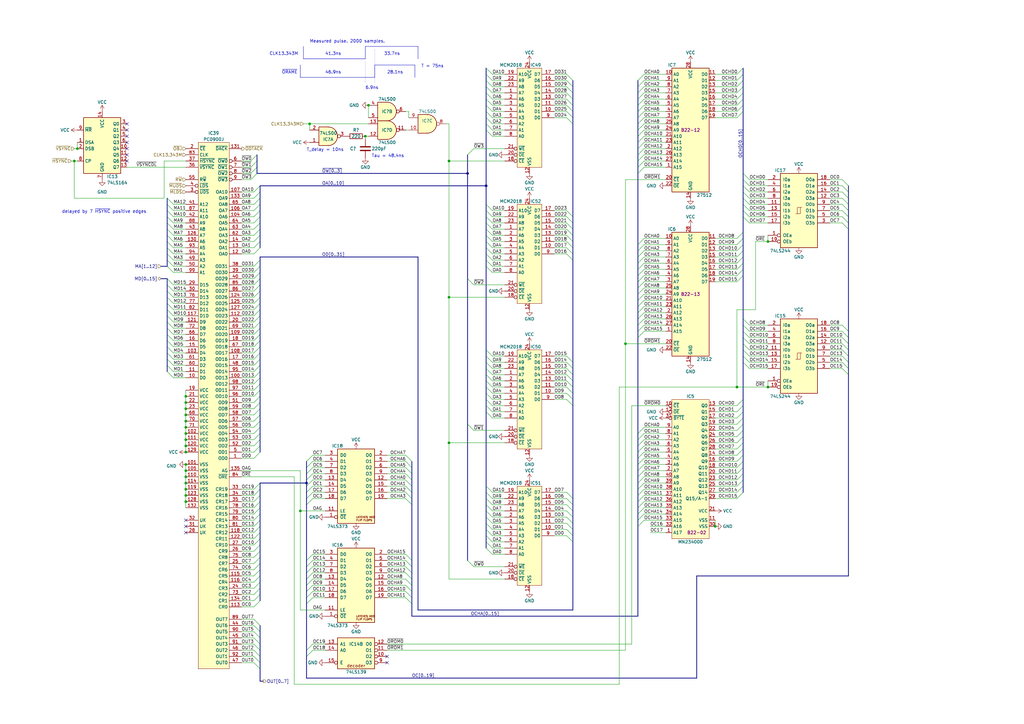
<source format=kicad_sch>
(kicad_sch (version 20230121) (generator eeschema)
  (paper "A3")
  (title_block (title "Rainbow Islands Extra") (date "2023-06-13") (company "Taito K1100319A") (comment 1 "Ulf Skutnabba, twitter: @skutis77"))
  (junction (at 76.2 203.2))
  (junction (at 199.39 76.2))
  (junction (at 31.75 60.96))
  (junction (at 76.2 177.8))
  (junction (at 125.73 198.12))
  (junction (at 76.2 170.18))
  (junction (at 76.2 180.34))
  (junction (at 184.15 121.92))
  (junction (at 184.15 66.04))
  (junction (at 127 50.8))
  (junction (at 76.2 185.42))
  (junction (at 76.2 175.26))
  (junction (at 76.2 198.12))
  (junction (at 184.15 181.61))
  (junction (at 314.96 99.06))
  (junction (at 76.2 182.88))
  (junction (at 76.2 190.5))
  (junction (at 256.54 140.97))
  (junction (at 302.26 158.75))
  (junction (at 76.2 205.74))
  (junction (at 151.13 43.18))
  (junction (at 76.2 195.58))
  (junction (at 76.2 167.64))
  (junction (at 293.37 215.9))
  (junction (at 191.77 71.12))
  (junction (at 76.2 165.1))
  (junction (at 314.96 158.75))
  (junction (at 76.2 162.56))
  (junction (at 149.86 55.88))
  (junction (at 76.2 172.72))
  (junction (at 76.2 193.04))
  (junction (at 123.19 209.55))
  (junction (at 76.2 200.66))
  (junction (at 30.48 66.04))
  (no_connect (at 52.07 50.8))
  (no_connect (at 52.07 58.42))
  (no_connect (at 76.2 215.9))
  (no_connect (at 52.07 60.96))
  (no_connect (at 52.07 63.5))
  (no_connect (at 76.2 213.36))
  (no_connect (at 158.75 269.24))
  (no_connect (at 158.75 271.78))
  (no_connect (at 52.07 53.34))
  (no_connect (at 52.07 66.04))
  (no_connect (at 52.07 55.88))
  (no_connect (at 76.2 218.44))
  (bus_entry (at 232.41 48.26) (size 2.54 2.54))
  (bus_entry (at 261.62 66.04) (size 2.54 -2.54))
  (bus_entry (at 261.62 138.43) (size 2.54 -2.54))
  (bus_entry (at 232.41 148.59) (size 2.54 2.54))
  (bus_entry (at 261.62 48.26) (size 2.54 -2.54))
  (bus_entry (at 261.62 50.8) (size 2.54 -2.54))
  (bus_entry (at 302.26 45.72) (size 2.54 -2.54))
  (bus_entry (at 199.39 30.48) (size 2.54 2.54))
  (bus_entry (at 68.58 144.78) (size 2.54 2.54))
  (bus_entry (at 302.26 171.45) (size 2.54 -2.54))
  (bus_entry (at 68.58 81.28) (size 2.54 2.54))
  (bus_entry (at 232.41 201.93) (size 2.54 2.54))
  (bus_entry (at 104.14 129.54) (size 2.54 -2.54))
  (bus_entry (at 345.44 81.28) (size 2.54 2.54))
  (bus_entry (at 199.39 53.34) (size 2.54 2.54))
  (bus_entry (at 304.8 83.82) (size 2.54 2.54))
  (bus_entry (at 345.44 135.89) (size 2.54 2.54))
  (bus_entry (at 199.39 48.26) (size 2.54 2.54))
  (bus_entry (at 125.73 204.47) (size 2.54 -2.54))
  (bus_entry (at 232.41 99.06) (size 2.54 2.54))
  (bus_entry (at 104.14 160.02) (size 2.54 -2.54))
  (bus_entry (at 261.62 102.87) (size 2.54 -2.54))
  (bus_entry (at 199.39 99.06) (size 2.54 2.54))
  (bus_entry (at 125.73 207.01) (size 2.54 -2.54))
  (bus_entry (at 166.37 201.93) (size 2.54 2.54))
  (bus_entry (at 102.87 68.58) (size 2.54 -2.54))
  (bus_entry (at 261.62 68.58) (size 2.54 -2.54))
  (bus_entry (at 104.14 162.56) (size 2.54 -2.54))
  (bus_entry (at 199.39 156.21) (size 2.54 2.54))
  (bus_entry (at 199.39 38.1) (size 2.54 2.54))
  (bus_entry (at 345.44 76.2) (size 2.54 2.54))
  (bus_entry (at 199.39 207.01) (size 2.54 2.54))
  (bus_entry (at 104.14 124.46) (size 2.54 -2.54))
  (bus_entry (at 68.58 104.14) (size 2.54 2.54))
  (bus_entry (at 302.26 181.61) (size 2.54 -2.54))
  (bus_entry (at 102.87 66.04) (size 2.54 -2.54))
  (bus_entry (at 232.41 101.6) (size 2.54 2.54))
  (bus_entry (at 261.62 58.42) (size 2.54 -2.54))
  (bus_entry (at 261.62 128.27) (size 2.54 -2.54))
  (bus_entry (at 302.26 40.64) (size 2.54 -2.54))
  (bus_entry (at 104.14 165.1) (size 2.54 -2.54))
  (bus_entry (at 232.41 158.75) (size 2.54 2.54))
  (bus_entry (at 199.39 101.6) (size 2.54 2.54))
  (bus_entry (at 199.39 91.44) (size 2.54 2.54))
  (bus_entry (at 261.62 118.11) (size 2.54 -2.54))
  (bus_entry (at 261.62 215.9) (size 2.54 -2.54))
  (bus_entry (at 304.8 81.28) (size 2.54 2.54))
  (bus_entry (at 199.39 96.52) (size 2.54 2.54))
  (bus_entry (at 166.37 240.03) (size 2.54 2.54))
  (bus_entry (at 304.8 143.51) (size 2.54 2.54))
  (bus_entry (at 125.73 189.23) (size 2.54 -2.54))
  (bus_entry (at 199.39 35.56) (size 2.54 2.54))
  (bus_entry (at 104.14 220.98) (size 2.54 -2.54))
  (bus_entry (at 166.37 242.57) (size 2.54 2.54))
  (bus_entry (at 261.62 43.18) (size 2.54 -2.54))
  (bus_entry (at 232.41 30.48) (size 2.54 2.54))
  (bus_entry (at 302.26 176.53) (size 2.54 -2.54))
  (bus_entry (at 345.44 148.59) (size 2.54 2.54))
  (bus_entry (at 199.39 199.39) (size 2.54 2.54))
  (bus_entry (at 232.41 86.36) (size 2.54 2.54))
  (bus_entry (at 166.37 245.11) (size 2.54 2.54))
  (bus_entry (at 68.58 137.16) (size 2.54 2.54))
  (bus_entry (at 199.39 168.91) (size 2.54 2.54))
  (bus_entry (at 68.58 139.7) (size 2.54 2.54))
  (bus_entry (at 302.26 166.37) (size 2.54 -2.54))
  (bus_entry (at 199.39 214.63) (size 2.54 2.54))
  (bus_entry (at 104.14 96.52) (size 2.54 -2.54))
  (bus_entry (at 261.62 130.81) (size 2.54 -2.54))
  (bus_entry (at 232.41 151.13) (size 2.54 2.54))
  (bus_entry (at 68.58 114.3) (size 2.54 2.54))
  (bus_entry (at 302.26 179.07) (size 2.54 -2.54))
  (bus_entry (at 199.39 201.93) (size 2.54 2.54))
  (bus_entry (at 199.39 104.14) (size 2.54 2.54))
  (bus_entry (at 199.39 106.68) (size 2.54 2.54))
  (bus_entry (at 199.39 217.17) (size 2.54 2.54))
  (bus_entry (at 104.14 83.82) (size 2.54 -2.54))
  (bus_entry (at 125.73 232.41) (size 2.54 -2.54))
  (bus_entry (at 104.14 243.84) (size 2.54 -2.54))
  (bus_entry (at 104.14 104.14) (size 2.54 -2.54))
  (bus_entry (at 125.73 247.65) (size 2.54 -2.54))
  (bus_entry (at 199.39 50.8) (size 2.54 2.54))
  (bus_entry (at 261.62 35.56) (size 2.54 -2.54))
  (bus_entry (at 199.39 27.94) (size 2.54 2.54))
  (bus_entry (at 232.41 33.02) (size 2.54 2.54))
  (bus_entry (at 199.39 45.72) (size 2.54 2.54))
  (bus_entry (at 199.39 86.36) (size 2.54 2.54))
  (bus_entry (at 166.37 199.39) (size 2.54 2.54))
  (bus_entry (at 104.14 152.4) (size 2.54 -2.54))
  (bus_entry (at 68.58 129.54) (size 2.54 2.54))
  (bus_entry (at 104.14 172.72) (size 2.54 -2.54))
  (bus_entry (at 199.39 109.22) (size 2.54 2.54))
  (bus_entry (at 232.41 96.52) (size 2.54 2.54))
  (bus_entry (at 104.14 254) (size 2.54 2.54))
  (bus_entry (at 104.14 154.94) (size 2.54 -2.54))
  (bus_entry (at 261.62 125.73) (size 2.54 -2.54))
  (bus_entry (at 261.62 45.72) (size 2.54 -2.54))
  (bus_entry (at 345.44 88.9) (size 2.54 2.54))
  (bus_entry (at 345.44 78.74) (size 2.54 2.54))
  (bus_entry (at 304.8 88.9) (size 2.54 2.54))
  (bus_entry (at 261.62 185.42) (size 2.54 -2.54))
  (bus_entry (at 104.14 93.98) (size 2.54 -2.54))
  (bus_entry (at 261.62 107.95) (size 2.54 -2.54))
  (bus_entry (at 302.26 196.85) (size 2.54 -2.54))
  (bus_entry (at 104.14 127) (size 2.54 -2.54))
  (bus_entry (at 104.14 236.22) (size 2.54 -2.54))
  (bus_entry (at 166.37 232.41) (size 2.54 2.54))
  (bus_entry (at 261.62 203.2) (size 2.54 -2.54))
  (bus_entry (at 304.8 130.81) (size 2.54 2.54))
  (bus_entry (at 104.14 177.8) (size 2.54 -2.54))
  (bus_entry (at 302.26 199.39) (size 2.54 -2.54))
  (bus_entry (at 68.58 101.6) (size 2.54 2.54))
  (bus_entry (at 68.58 119.38) (size 2.54 2.54))
  (bus_entry (at 104.14 259.08) (size 2.54 2.54))
  (bus_entry (at 232.41 146.05) (size 2.54 2.54))
  (bus_entry (at 102.87 73.66) (size 2.54 -2.54))
  (bus_entry (at 199.39 158.75) (size 2.54 2.54))
  (bus_entry (at 261.62 177.8) (size 2.54 -2.54))
  (bus_entry (at 302.26 38.1) (size 2.54 -2.54))
  (bus_entry (at 125.73 237.49) (size 2.54 -2.54))
  (bus_entry (at 199.39 148.59) (size 2.54 2.54))
  (bus_entry (at 199.39 143.51) (size 2.54 2.54))
  (bus_entry (at 302.26 105.41) (size 2.54 -2.54))
  (bus_entry (at 261.62 33.02) (size 2.54 -2.54))
  (bus_entry (at 261.62 113.03) (size 2.54 -2.54))
  (bus_entry (at 104.14 121.92) (size 2.54 -2.54))
  (bus_entry (at 345.44 146.05) (size 2.54 2.54))
  (bus_entry (at 232.41 43.18) (size 2.54 2.54))
  (bus_entry (at 302.26 191.77) (size 2.54 -2.54))
  (bus_entry (at 261.62 135.89) (size 2.54 -2.54))
  (bus_entry (at 191.77 63.5) (size 2.54 -2.54))
  (bus_entry (at 199.39 222.25) (size 2.54 2.54))
  (bus_entry (at 104.14 99.06) (size 2.54 -2.54))
  (bus_entry (at 304.8 140.97) (size 2.54 2.54))
  (bus_entry (at 166.37 234.95) (size 2.54 2.54))
  (bus_entry (at 104.14 241.3) (size 2.54 -2.54))
  (bus_entry (at 232.41 45.72) (size 2.54 2.54))
  (bus_entry (at 104.14 180.34) (size 2.54 -2.54))
  (bus_entry (at 68.58 109.22) (size 2.54 2.54))
  (bus_entry (at 125.73 240.03) (size 2.54 -2.54))
  (bus_entry (at 302.26 110.49) (size 2.54 -2.54))
  (bus_entry (at 261.62 213.36) (size 2.54 -2.54))
  (bus_entry (at 166.37 186.69) (size 2.54 2.54))
  (bus_entry (at 166.37 237.49) (size 2.54 2.54))
  (bus_entry (at 125.73 229.87) (size 2.54 -2.54))
  (bus_entry (at 261.62 190.5) (size 2.54 -2.54))
  (bus_entry (at 261.62 123.19) (size 2.54 -2.54))
  (bus_entry (at 261.62 187.96) (size 2.54 -2.54))
  (bus_entry (at 104.14 264.16) (size 2.54 2.54))
  (bus_entry (at 68.58 149.86) (size 2.54 2.54))
  (bus_entry (at 199.39 212.09) (size 2.54 2.54))
  (bus_entry (at 104.14 144.78) (size 2.54 -2.54))
  (bus_entry (at 302.26 107.95) (size 2.54 -2.54))
  (bus_entry (at 232.41 209.55) (size 2.54 2.54))
  (bus_entry (at 199.39 151.13) (size 2.54 2.54))
  (bus_entry (at 104.14 238.76) (size 2.54 -2.54))
  (bus_entry (at 261.62 38.1) (size 2.54 -2.54))
  (bus_entry (at 104.14 228.6) (size 2.54 -2.54))
  (bus_entry (at 199.39 43.18) (size 2.54 2.54))
  (bus_entry (at 125.73 194.31) (size 2.54 -2.54))
  (bus_entry (at 261.62 193.04) (size 2.54 -2.54))
  (bus_entry (at 104.14 215.9) (size 2.54 -2.54))
  (bus_entry (at 68.58 91.44) (size 2.54 2.54))
  (bus_entry (at 125.73 199.39) (size 2.54 -2.54))
  (bus_entry (at 68.58 127) (size 2.54 2.54))
  (bus_entry (at 125.73 269.24) (size 2.54 -2.54))
  (bus_entry (at 302.26 97.79) (size 2.54 -2.54))
  (bus_entry (at 302.26 201.93) (size 2.54 -2.54))
  (bus_entry (at 304.8 135.89) (size 2.54 2.54))
  (bus_entry (at 261.62 63.5) (size 2.54 -2.54))
  (bus_entry (at 166.37 196.85) (size 2.54 2.54))
  (bus_entry (at 104.14 170.18) (size 2.54 -2.54))
  (bus_entry (at 68.58 106.68) (size 2.54 2.54))
  (bus_entry (at 104.14 185.42) (size 2.54 -2.54))
  (bus_entry (at 166.37 227.33) (size 2.54 2.54))
  (bus_entry (at 191.77 229.87) (size 2.54 2.54))
  (bus_entry (at 232.41 207.01) (size 2.54 2.54))
  (bus_entry (at 104.14 88.9) (size 2.54 -2.54))
  (bus_entry (at 166.37 194.31) (size 2.54 2.54))
  (bus_entry (at 232.41 214.63) (size 2.54 2.54))
  (bus_entry (at 104.14 182.88) (size 2.54 -2.54))
  (bus_entry (at 68.58 134.62) (size 2.54 2.54))
  (bus_entry (at 232.41 38.1) (size 2.54 2.54))
  (bus_entry (at 104.14 175.26) (size 2.54 -2.54))
  (bus_entry (at 125.73 266.7) (size 2.54 -2.54))
  (bus_entry (at 302.26 35.56) (size 2.54 -2.54))
  (bus_entry (at 304.8 73.66) (size 2.54 2.54))
  (bus_entry (at 261.62 195.58) (size 2.54 -2.54))
  (bus_entry (at 304.8 76.2) (size 2.54 2.54))
  (bus_entry (at 104.14 137.16) (size 2.54 -2.54))
  (bus_entry (at 345.44 151.13) (size 2.54 2.54))
  (bus_entry (at 199.39 209.55) (size 2.54 2.54))
  (bus_entry (at 261.62 105.41) (size 2.54 -2.54))
  (bus_entry (at 232.41 104.14) (size 2.54 2.54))
  (bus_entry (at 345.44 138.43) (size 2.54 2.54))
  (bus_entry (at 302.26 194.31) (size 2.54 -2.54))
  (bus_entry (at 232.41 40.64) (size 2.54 2.54))
  (bus_entry (at 345.44 73.66) (size 2.54 2.54))
  (bus_entry (at 232.41 153.67) (size 2.54 2.54))
  (bus_entry (at 304.8 133.35) (size 2.54 2.54))
  (bus_entry (at 68.58 124.46) (size 2.54 2.54))
  (bus_entry (at 199.39 153.67) (size 2.54 2.54))
  (bus_entry (at 104.14 86.36) (size 2.54 -2.54))
  (bus_entry (at 302.26 102.87) (size 2.54 -2.54))
  (bus_entry (at 232.41 93.98) (size 2.54 2.54))
  (bus_entry (at 104.14 134.62) (size 2.54 -2.54))
  (bus_entry (at 104.14 271.78) (size 2.54 2.54))
  (bus_entry (at 166.37 204.47) (size 2.54 2.54))
  (bus_entry (at 261.62 60.96) (size 2.54 -2.54))
  (bus_entry (at 302.26 204.47) (size 2.54 -2.54))
  (bus_entry (at 199.39 224.79) (size 2.54 2.54))
  (bus_entry (at 199.39 40.64) (size 2.54 2.54))
  (bus_entry (at 199.39 146.05) (size 2.54 2.54))
  (bus_entry (at 104.14 109.22) (size 2.54 -2.54))
  (bus_entry (at 232.41 161.29) (size 2.54 2.54))
  (bus_entry (at 302.26 30.48) (size 2.54 -2.54))
  (bus_entry (at 261.62 182.88) (size 2.54 -2.54))
  (bus_entry (at 261.62 210.82) (size 2.54 -2.54))
  (bus_entry (at 261.62 205.74) (size 2.54 -2.54))
  (bus_entry (at 104.14 208.28) (size 2.54 -2.54))
  (bus_entry (at 199.39 93.98) (size 2.54 2.54))
  (bus_entry (at 104.14 269.24) (size 2.54 2.54))
  (bus_entry (at 104.14 205.74) (size 2.54 -2.54))
  (bus_entry (at 104.14 142.24) (size 2.54 -2.54))
  (bus_entry (at 191.77 173.99) (size 2.54 2.54))
  (bus_entry (at 199.39 219.71) (size 2.54 2.54))
  (bus_entry (at 104.14 111.76) (size 2.54 -2.54))
  (bus_entry (at 304.8 71.12) (size 2.54 2.54))
  (bus_entry (at 104.14 132.08) (size 2.54 -2.54))
  (bus_entry (at 261.62 200.66) (size 2.54 -2.54))
  (bus_entry (at 125.73 234.95) (size 2.54 -2.54))
  (bus_entry (at 104.14 139.7) (size 2.54 -2.54))
  (bus_entry (at 104.14 223.52) (size 2.54 -2.54))
  (bus_entry (at 302.26 48.26) (size 2.54 -2.54))
  (bus_entry (at 302.26 168.91) (size 2.54 -2.54))
  (bus_entry (at 68.58 88.9) (size 2.54 2.54))
  (bus_entry (at 304.8 146.05) (size 2.54 2.54))
  (bus_entry (at 199.39 166.37) (size 2.54 2.54))
  (bus_entry (at 104.14 200.66) (size 2.54 -2.54))
  (bus_entry (at 102.87 71.12) (size 2.54 -2.54))
  (bus_entry (at 261.62 198.12) (size 2.54 -2.54))
  (bus_entry (at 345.44 140.97) (size 2.54 2.54))
  (bus_entry (at 104.14 218.44) (size 2.54 -2.54))
  (bus_entry (at 261.62 133.35) (size 2.54 -2.54))
  (bus_entry (at 302.26 173.99) (size 2.54 -2.54))
  (bus_entry (at 104.14 147.32) (size 2.54 -2.54))
  (bus_entry (at 232.41 204.47) (size 2.54 2.54))
  (bus_entry (at 104.14 149.86) (size 2.54 -2.54))
  (bus_entry (at 104.14 210.82) (size 2.54 -2.54))
  (bus_entry (at 199.39 88.9) (size 2.54 2.54))
  (bus_entry (at 232.41 212.09) (size 2.54 2.54))
  (bus_entry (at 302.26 43.18) (size 2.54 -2.54))
  (bus_entry (at 199.39 33.02) (size 2.54 2.54))
  (bus_entry (at 104.14 203.2) (size 2.54 -2.54))
  (bus_entry (at 104.14 226.06) (size 2.54 -2.54))
  (bus_entry (at 104.14 157.48) (size 2.54 -2.54))
  (bus_entry (at 125.73 242.57) (size 2.54 -2.54))
  (bus_entry (at 104.14 187.96) (size 2.54 -2.54))
  (bus_entry (at 261.62 53.34) (size 2.54 -2.54))
  (bus_entry (at 68.58 147.32) (size 2.54 2.54))
  (bus_entry (at 104.14 114.3) (size 2.54 -2.54))
  (bus_entry (at 345.44 86.36) (size 2.54 2.54))
  (bus_entry (at 68.58 93.98) (size 2.54 2.54))
  (bus_entry (at 232.41 156.21) (size 2.54 2.54))
  (bus_entry (at 261.62 115.57) (size 2.54 -2.54))
  (bus_entry (at 104.14 116.84) (size 2.54 -2.54))
  (bus_entry (at 304.8 138.43) (size 2.54 2.54))
  (bus_entry (at 232.41 163.83) (size 2.54 2.54))
  (bus_entry (at 345.44 143.51) (size 2.54 2.54))
  (bus_entry (at 68.58 86.36) (size 2.54 2.54))
  (bus_entry (at 104.14 266.7) (size 2.54 2.54))
  (bus_entry (at 261.62 55.88) (size 2.54 -2.54))
  (bus_entry (at 232.41 219.71) (size 2.54 2.54))
  (bus_entry (at 68.58 132.08) (size 2.54 2.54))
  (bus_entry (at 104.14 167.64) (size 2.54 -2.54))
  (bus_entry (at 191.77 114.3) (size 2.54 2.54))
  (bus_entry (at 232.41 35.56) (size 2.54 2.54))
  (bus_entry (at 199.39 163.83) (size 2.54 2.54))
  (bus_entry (at 104.14 213.36) (size 2.54 -2.54))
  (bus_entry (at 68.58 83.82) (size 2.54 2.54))
  (bus_entry (at 104.14 256.54) (size 2.54 2.54))
  (bus_entry (at 302.26 100.33) (size 2.54 -2.54))
  (bus_entry (at 166.37 229.87) (size 2.54 2.54))
  (bus_entry (at 345.44 133.35) (size 2.54 2.54))
  (bus_entry (at 232.41 217.17) (size 2.54 2.54))
  (bus_entry (at 302.26 33.02) (size 2.54 -2.54))
  (bus_entry (at 125.73 196.85) (size 2.54 -2.54))
  (bus_entry (at 125.73 191.77) (size 2.54 -2.54))
  (bus_entry (at 261.62 208.28) (size 2.54 -2.54))
  (bus_entry (at 261.62 71.12) (size 2.54 -2.54))
  (bus_entry (at 68.58 99.06) (size 2.54 2.54))
  (bus_entry (at 302.26 113.03) (size 2.54 -2.54))
  (bus_entry (at 166.37 191.77) (size 2.54 2.54))
  (bus_entry (at 304.8 148.59) (size 2.54 2.54))
  (bus_entry (at 104.14 78.74) (size 2.54 -2.54))
  (bus_entry (at 104.14 81.28) (size 2.54 -2.54))
  (bus_entry (at 104.14 246.38) (size 2.54 -2.54))
  (bus_entry (at 199.39 83.82) (size 2.54 2.54))
  (bus_entry (at 302.26 186.69) (size 2.54 -2.54))
  (bus_entry (at 104.14 101.6) (size 2.54 -2.54))
  (bus_entry (at 199.39 204.47) (size 2.54 2.54))
  (bus_entry (at 104.14 231.14) (size 2.54 -2.54))
  (bus_entry (at 261.62 180.34) (size 2.54 -2.54))
  (bus_entry (at 302.26 189.23) (size 2.54 -2.54))
  (bus_entry (at 304.8 78.74) (size 2.54 2.54))
  (bus_entry (at 68.58 121.92) (size 2.54 2.54))
  (bus_entry (at 104.14 248.92) (size 2.54 -2.54))
  (bus_entry (at 302.26 115.57) (size 2.54 -2.54))
  (bus_entry (at 125.73 201.93) (size 2.54 -2.54))
  (bus_entry (at 261.62 100.33) (size 2.54 -2.54))
  (bus_entry (at 125.73 245.11) (size 2.54 -2.54))
  (bus_entry (at 302.26 184.15) (size 2.54 -2.54))
  (bus_entry (at 199.39 161.29) (size 2.54 2.54))
  (bus_entry (at 68.58 152.4) (size 2.54 2.54))
  (bus_entry (at 68.58 96.52) (size 2.54 2.54))
  (bus_entry (at 68.58 142.24) (size 2.54 2.54))
  (bus_entry (at 166.37 189.23) (size 2.54 2.54))
  (bus_entry (at 304.8 86.36) (size 2.54 2.54))
  (bus_entry (at 345.44 91.44) (size 2.54 2.54))
  (bus_entry (at 232.41 91.44) (size 2.54 2.54))
  (bus_entry (at 261.62 110.49) (size 2.54 -2.54))
  (bus_entry (at 261.62 120.65) (size 2.54 -2.54))
  (bus_entry (at 232.41 88.9) (size 2.54 2.54))
  (bus_entry (at 104.14 233.68) (size 2.54 -2.54))
  (bus_entry (at 345.44 83.82) (size 2.54 2.54))
  (bus_entry (at 104.14 119.38) (size 2.54 -2.54))
  (bus_entry (at 261.62 40.64) (size 2.54 -2.54))
  (bus_entry (at 104.14 91.44) (size 2.54 -2.54))
  (bus_entry (at 68.58 116.84) (size 2.54 2.54))
  (bus_entry (at 104.14 261.62) (size 2.54 2.54))
  (bus (pts (xy 106.68 137.16) (xy 106.68 139.7)))
  (wire (pts (xy 99.06 203.2) (xy 104.14 203.2)))
  (wire (pts (xy 76.2 172.72) (xy 76.2 175.26)))
  (wire (pts (xy 99.06 266.7) (xy 104.14 266.7)))
  (wire (pts (xy 99.06 99.06) (xy 104.14 99.06)))
  (wire (pts (xy 128.27 191.77) (xy 133.35 191.77)))
  (bus (pts (xy 234.95 161.29) (xy 234.95 163.83)))
  (bus (pts (xy 304.8 130.81) (xy 304.8 133.35)))
  (wire (pts (xy 293.37 40.64) (xy 302.26 40.64)))
  (polyline (pts (xy 124.46 19.05) (xy 124.46 24.13)))
  (bus (pts (xy 106.68 93.98) (xy 106.68 91.44)))
  (wire (pts (xy 99.06 142.24) (xy 104.14 142.24)))
  (wire (pts (xy 227.33 201.93) (xy 232.41 201.93)))
  (wire (pts (xy 128.27 196.85) (xy 133.35 196.85)))
  (bus (pts (xy 304.8 81.28) (xy 304.8 83.82)))
  (bus (pts (xy 199.39 156.21) (xy 199.39 158.75)))
  (wire (pts (xy 201.93 43.18) (xy 207.01 43.18)))
  (bus (pts (xy 106.68 144.78) (xy 106.68 147.32)))
  (bus (pts (xy 106.68 86.36) (xy 106.68 83.82)))
  (bus (pts (xy 105.41 63.5) (xy 105.41 66.04)))
  (bus (pts (xy 261.62 53.34) (xy 261.62 55.88)))
  (wire (pts (xy 201.93 96.52) (xy 207.01 96.52)))
  (wire (pts (xy 99.06 91.44) (xy 104.14 91.44)))
  (wire (pts (xy 99.06 147.32) (xy 104.14 147.32)))
  (wire (pts (xy 158.75 237.49) (xy 166.37 237.49)))
  (wire (pts (xy 128.27 240.03) (xy 133.35 240.03)))
  (wire (pts (xy 158.75 189.23) (xy 166.37 189.23)))
  (wire (pts (xy 71.12 101.6) (xy 76.2 101.6)))
  (wire (pts (xy 71.12 127) (xy 76.2 127)))
  (bus (pts (xy 199.39 212.09) (xy 199.39 214.63)))
  (bus (pts (xy 125.73 232.41) (xy 125.73 234.95)))
  (bus (pts (xy 168.91 237.49) (xy 168.91 240.03)))
  (bus (pts (xy 261.62 60.96) (xy 261.62 63.5)))
  (bus (pts (xy 261.62 71.12) (xy 261.62 100.33)))
  (bus (pts (xy 234.95 50.8) (xy 234.95 88.9)))
  (wire (pts (xy 99.06 210.82) (xy 104.14 210.82)))
  (wire (pts (xy 293.37 33.02) (xy 302.26 33.02)))
  (wire (pts (xy 307.34 88.9) (xy 314.96 88.9)))
  (wire (pts (xy 30.48 66.04) (xy 30.48 81.28)))
  (bus (pts (xy 199.39 168.91) (xy 199.39 199.39)))
  (wire (pts (xy 309.88 99.06) (xy 314.96 99.06)))
  (wire (pts (xy 264.16 210.82) (xy 273.05 210.82)))
  (bus (pts (xy 261.62 115.57) (xy 261.62 118.11)))
  (wire (pts (xy 264.16 63.5) (xy 273.05 63.5)))
  (wire (pts (xy 264.16 203.2) (xy 273.05 203.2)))
  (wire (pts (xy 293.37 201.93) (xy 302.26 201.93)))
  (bus (pts (xy 106.68 226.06) (xy 106.68 228.6)))
  (wire (pts (xy 71.12 96.52) (xy 76.2 96.52)))
  (wire (pts (xy 99.06 213.36) (xy 104.14 213.36)))
  (wire (pts (xy 264.16 118.11) (xy 273.05 118.11)))
  (bus (pts (xy 68.58 116.84) (xy 68.58 114.3)))
  (bus (pts (xy 234.95 106.68) (xy 234.95 148.59)))
  (wire (pts (xy 99.06 175.26) (xy 104.14 175.26)))
  (bus (pts (xy 234.95 96.52) (xy 234.95 99.06)))
  (bus (pts (xy 106.68 259.08) (xy 106.68 261.62)))
  (wire (pts (xy 184.15 121.92) (xy 207.01 121.92)))
  (wire (pts (xy 99.06 218.44) (xy 104.14 218.44)))
  (bus (pts (xy 106.68 78.74) (xy 106.68 76.2)))
  (wire (pts (xy 71.12 106.68) (xy 76.2 106.68)))
  (wire (pts (xy 340.36 151.13) (xy 345.44 151.13)))
  (wire (pts (xy 71.12 149.86) (xy 76.2 149.86)))
  (wire (pts (xy 293.37 191.77) (xy 302.26 191.77)))
  (bus (pts (xy 234.95 166.37) (xy 234.95 204.47)))
  (wire (pts (xy 99.06 162.56) (xy 104.14 162.56)))
  (wire (pts (xy 76.2 162.56) (xy 76.2 165.1)))
  (wire (pts (xy 264.16 43.18) (xy 273.05 43.18)))
  (bus (pts (xy 106.68 177.8) (xy 106.68 180.34)))
  (wire (pts (xy 201.93 224.79) (xy 207.01 224.79)))
  (wire (pts (xy 99.06 165.1) (xy 104.14 165.1)))
  (polyline (pts (xy 153.67 26.67) (xy 170.18 26.67)))
  (bus (pts (xy 347.98 76.2) (xy 347.98 78.74)))
  (bus (pts (xy 304.8 86.36) (xy 304.8 88.9)))
  (bus (pts (xy 125.73 240.03) (xy 125.73 242.57)))
  (wire (pts (xy 293.37 171.45) (xy 302.26 171.45)))
  (wire (pts (xy 71.12 88.9) (xy 76.2 88.9)))
  (bus (pts (xy 347.98 153.67) (xy 347.98 236.22)))
  (wire (pts (xy 201.93 151.13) (xy 207.01 151.13)))
  (bus (pts (xy 106.68 132.08) (xy 106.68 134.62)))
  (wire (pts (xy 201.93 161.29) (xy 207.01 161.29)))
  (bus (pts (xy 168.91 201.93) (xy 168.91 204.47)))
  (wire (pts (xy 99.06 121.92) (xy 104.14 121.92)))
  (wire (pts (xy 184.15 66.04) (xy 207.01 66.04)))
  (wire (pts (xy 201.93 86.36) (xy 207.01 86.36)))
  (bus (pts (xy 304.8 148.59) (xy 304.8 163.83)))
  (bus (pts (xy 125.73 201.93) (xy 125.73 204.47)))
  (bus (pts (xy 106.68 279.4) (xy 107.95 279.4)))
  (wire (pts (xy 76.2 175.26) (xy 76.2 177.8)))
  (wire (pts (xy 128.27 199.39) (xy 133.35 199.39)))
  (polyline (pts (xy 149.86 25.4) (xy 149.86 34.29)) (stroke (width 0) (type dot)))
  (bus (pts (xy 106.68 198.12) (xy 106.68 200.66)))
  (bus (pts (xy 347.98 93.98) (xy 347.98 135.89)))
  (bus (pts (xy 234.95 35.56) (xy 234.95 38.1)))
  (wire (pts (xy 184.15 237.49) (xy 207.01 237.49)))
  (wire (pts (xy 184.15 66.04) (xy 184.15 121.92)))
  (wire (pts (xy 340.36 73.66) (xy 345.44 73.66)))
  (bus (pts (xy 106.68 139.7) (xy 106.68 142.24)))
  (bus (pts (xy 234.95 214.63) (xy 234.95 217.17)))
  (bus (pts (xy 68.58 93.98) (xy 68.58 96.52)))
  (bus (pts (xy 304.8 102.87) (xy 304.8 105.41)))
  (wire (pts (xy 123.19 250.19) (xy 123.19 209.55)))
  (bus (pts (xy 106.68 243.84) (xy 106.68 246.38)))
  (wire (pts (xy 227.33 101.6) (xy 232.41 101.6)))
  (bus (pts (xy 106.68 124.46) (xy 106.68 127)))
  (wire (pts (xy 227.33 35.56) (xy 232.41 35.56)))
  (bus (pts (xy 68.58 129.54) (xy 68.58 127)))
  (wire (pts (xy 99.06 243.84) (xy 104.14 243.84)))
  (bus (pts (xy 199.39 93.98) (xy 199.39 96.52)))
  (wire (pts (xy 264.16 110.49) (xy 273.05 110.49)))
  (wire (pts (xy 227.33 30.48) (xy 232.41 30.48)))
  (wire (pts (xy 340.36 140.97) (xy 345.44 140.97)))
  (wire (pts (xy 307.34 135.89) (xy 314.96 135.89)))
  (bus (pts (xy 125.73 237.49) (xy 125.73 240.03)))
  (wire (pts (xy 309.88 127) (xy 302.26 127)))
  (bus (pts (xy 106.68 129.54) (xy 106.68 132.08)))
  (wire (pts (xy 182.88 50.8) (xy 184.15 50.8)))
  (bus (pts (xy 304.8 97.79) (xy 304.8 100.33)))
  (bus (pts (xy 125.73 229.87) (xy 125.73 232.41)))
  (wire (pts (xy 158.75 191.77) (xy 166.37 191.77)))
  (wire (pts (xy 158.75 266.7) (xy 256.54 266.7)))
  (bus (pts (xy 125.73 194.31) (xy 125.73 196.85)))
  (bus (pts (xy 125.73 204.47) (xy 125.73 207.01)))
  (wire (pts (xy 99.06 208.28) (xy 104.14 208.28)))
  (wire (pts (xy 99.06 144.78) (xy 104.14 144.78)))
  (bus (pts (xy 199.39 214.63) (xy 199.39 217.17)))
  (bus (pts (xy 304.8 88.9) (xy 304.8 95.25)))
  (wire (pts (xy 307.34 148.59) (xy 314.96 148.59)))
  (wire (pts (xy 71.12 99.06) (xy 76.2 99.06)))
  (bus (pts (xy 106.68 200.66) (xy 106.68 203.2)))
  (bus (pts (xy 199.39 161.29) (xy 199.39 163.83)))
  (bus (pts (xy 106.68 105.41) (xy 106.68 106.68)))
  (bus (pts (xy 304.8 179.07) (xy 304.8 181.61)))
  (wire (pts (xy 76.2 203.2) (xy 76.2 205.74)))
  (bus (pts (xy 199.39 33.02) (xy 199.39 35.56)))
  (wire (pts (xy 99.06 96.52) (xy 104.14 96.52)))
  (wire (pts (xy 194.31 232.41) (xy 207.01 232.41)))
  (wire (pts (xy 264.16 66.04) (xy 273.05 66.04)))
  (bus (pts (xy 234.95 40.64) (xy 234.95 43.18)))
  (bus (pts (xy 234.95 151.13) (xy 234.95 153.67)))
  (bus (pts (xy 68.58 96.52) (xy 68.58 99.06)))
  (bus (pts (xy 347.98 81.28) (xy 347.98 83.82)))
  (wire (pts (xy 293.37 168.91) (xy 302.26 168.91)))
  (bus (pts (xy 106.68 162.56) (xy 106.68 165.1)))
  (wire (pts (xy 256.54 140.97) (xy 256.54 266.7)))
  (bus (pts (xy 304.8 100.33) (xy 304.8 102.87)))
  (wire (pts (xy 120.65 195.58) (xy 99.06 195.58)))
  (wire (pts (xy 264.16 97.79) (xy 273.05 97.79)))
  (bus (pts (xy 261.62 195.58) (xy 261.62 198.12)))
  (bus (pts (xy 168.91 232.41) (xy 168.91 234.95)))
  (wire (pts (xy 71.12 137.16) (xy 76.2 137.16)))
  (wire (pts (xy 201.93 166.37) (xy 207.01 166.37)))
  (wire (pts (xy 307.34 83.82) (xy 314.96 83.82)))
  (wire (pts (xy 99.06 220.98) (xy 104.14 220.98)))
  (wire (pts (xy 227.33 207.01) (xy 232.41 207.01)))
  (bus (pts (xy 191.77 63.5) (xy 191.77 71.12)))
  (bus (pts (xy 261.62 50.8) (xy 261.62 53.34)))
  (wire (pts (xy 201.93 93.98) (xy 207.01 93.98)))
  (bus (pts (xy 347.98 83.82) (xy 347.98 86.36)))
  (wire (pts (xy 151.13 43.18) (xy 151.13 48.26)))
  (bus (pts (xy 304.8 133.35) (xy 304.8 135.89)))
  (wire (pts (xy 264.16 100.33) (xy 273.05 100.33)))
  (bus (pts (xy 234.95 158.75) (xy 234.95 161.29)))
  (wire (pts (xy 71.12 91.44) (xy 76.2 91.44)))
  (polyline (pts (xy 123.19 31.75) (xy 149.86 31.75)))
  (bus (pts (xy 125.73 198.12) (xy 125.73 199.39)))
  (bus (pts (xy 234.95 148.59) (xy 234.95 151.13)))
  (wire (pts (xy 201.93 48.26) (xy 207.01 48.26)))
  (wire (pts (xy 264.16 187.96) (xy 273.05 187.96)))
  (wire (pts (xy 340.36 138.43) (xy 345.44 138.43)))
  (bus (pts (xy 234.95 153.67) (xy 234.95 156.21)))
  (bus (pts (xy 168.91 189.23) (xy 168.91 191.77)))
  (wire (pts (xy 201.93 111.76) (xy 207.01 111.76)))
  (wire (pts (xy 128.27 201.93) (xy 133.35 201.93)))
  (bus (pts (xy 261.62 213.36) (xy 261.62 215.9)))
  (bus (pts (xy 261.62 68.58) (xy 261.62 71.12)))
  (wire (pts (xy 201.93 163.83) (xy 207.01 163.83)))
  (bus (pts (xy 304.8 176.53) (xy 304.8 179.07)))
  (wire (pts (xy 167.64 45.72) (xy 167.64 48.26)))
  (wire (pts (xy 158.75 240.03) (xy 166.37 240.03)))
  (bus (pts (xy 261.62 193.04) (xy 261.62 195.58)))
  (wire (pts (xy 264.16 30.48) (xy 273.05 30.48)))
  (wire (pts (xy 128.27 245.11) (xy 133.35 245.11)))
  (bus (pts (xy 199.39 219.71) (xy 199.39 222.25)))
  (wire (pts (xy 128.27 227.33) (xy 133.35 227.33)))
  (bus (pts (xy 106.68 88.9) (xy 106.68 86.36)))
  (wire (pts (xy 259.08 264.16) (xy 259.08 166.37)))
  (wire (pts (xy 128.27 242.57) (xy 133.35 242.57)))
  (wire (pts (xy 128.27 232.41) (xy 133.35 232.41)))
  (wire (pts (xy 151.13 55.88) (xy 149.86 55.88)))
  (bus (pts (xy 261.62 133.35) (xy 261.62 135.89)))
  (wire (pts (xy 99.06 81.28) (xy 104.14 81.28)))
  (bus (pts (xy 68.58 137.16) (xy 68.58 134.62)))
  (bus (pts (xy 304.8 30.48) (xy 304.8 33.02)))
  (wire (pts (xy 227.33 151.13) (xy 232.41 151.13)))
  (bus (pts (xy 261.62 177.8) (xy 261.62 180.34)))
  (polyline (pts (xy 170.18 26.67) (xy 170.18 31.75)))
  (wire (pts (xy 264.16 213.36) (xy 273.05 213.36)))
  (wire (pts (xy 264.16 38.1) (xy 273.05 38.1)))
  (wire (pts (xy 293.37 38.1) (xy 302.26 38.1)))
  (bus (pts (xy 168.91 204.47) (xy 168.91 207.01)))
  (bus (pts (xy 106.68 269.24) (xy 106.68 271.78)))
  (wire (pts (xy 71.12 124.46) (xy 76.2 124.46)))
  (bus (pts (xy 261.62 38.1) (xy 261.62 40.64)))
  (bus (pts (xy 199.39 199.39) (xy 199.39 201.93)))
  (wire (pts (xy 71.12 104.14) (xy 76.2 104.14)))
  (wire (pts (xy 340.36 135.89) (xy 345.44 135.89)))
  (bus (pts (xy 191.77 71.12) (xy 191.77 114.3)))
  (bus (pts (xy 304.8 166.37) (xy 304.8 168.91)))
  (wire (pts (xy 201.93 217.17) (xy 207.01 217.17)))
  (bus (pts (xy 261.62 203.2) (xy 261.62 205.74)))
  (wire (pts (xy 71.12 139.7) (xy 76.2 139.7)))
  (wire (pts (xy 293.37 48.26) (xy 302.26 48.26)))
  (bus (pts (xy 106.68 241.3) (xy 106.68 243.84)))
  (wire (pts (xy 71.12 116.84) (xy 76.2 116.84)))
  (bus (pts (xy 168.91 207.01) (xy 168.91 229.87)))
  (wire (pts (xy 264.16 200.66) (xy 273.05 200.66)))
  (bus (pts (xy 68.58 152.4) (xy 68.58 149.86)))
  (bus (pts (xy 304.8 143.51) (xy 304.8 146.05)))
  (wire (pts (xy 99.06 111.76) (xy 104.14 111.76)))
  (wire (pts (xy 227.33 209.55) (xy 232.41 209.55)))
  (bus (pts (xy 304.8 40.64) (xy 304.8 43.18)))
  (wire (pts (xy 99.06 231.14) (xy 104.14 231.14)))
  (bus (pts (xy 304.8 95.25) (xy 304.8 97.79)))
  (bus (pts (xy 199.39 35.56) (xy 199.39 38.1)))
  (wire (pts (xy 293.37 110.49) (xy 302.26 110.49)))
  (bus (pts (xy 285.75 236.22) (xy 347.98 236.22)))
  (bus (pts (xy 68.58 119.38) (xy 68.58 116.84)))
  (bus (pts (xy 68.58 86.36) (xy 68.58 88.9)))
  (wire (pts (xy 99.06 86.36) (xy 104.14 86.36)))
  (wire (pts (xy 76.2 165.1) (xy 76.2 167.64)))
  (bus (pts (xy 106.68 238.76) (xy 106.68 241.3)))
  (wire (pts (xy 264.16 135.89) (xy 273.05 135.89)))
  (bus (pts (xy 347.98 143.51) (xy 347.98 146.05)))
  (bus (pts (xy 261.62 45.72) (xy 261.62 48.26)))
  (wire (pts (xy 123.19 193.04) (xy 123.19 209.55)))
  (wire (pts (xy 99.06 185.42) (xy 104.14 185.42)))
  (bus (pts (xy 199.39 209.55) (xy 199.39 212.09)))
  (wire (pts (xy 201.93 109.22) (xy 207.01 109.22)))
  (wire (pts (xy 293.37 184.15) (xy 302.26 184.15)))
  (wire (pts (xy 201.93 53.34) (xy 207.01 53.34)))
  (bus (pts (xy 234.95 101.6) (xy 234.95 104.14)))
  (wire (pts (xy 128.27 234.95) (xy 133.35 234.95)))
  (wire (pts (xy 201.93 148.59) (xy 207.01 148.59)))
  (wire (pts (xy 307.34 146.05) (xy 314.96 146.05)))
  (wire (pts (xy 307.34 91.44) (xy 314.96 91.44)))
  (bus (pts (xy 125.73 242.57) (xy 125.73 245.11)))
  (bus (pts (xy 68.58 104.14) (xy 68.58 106.68)))
  (wire (pts (xy 264.16 33.02) (xy 273.05 33.02)))
  (polyline (pts (xy 123.19 26.67) (xy 123.19 31.75)))
  (wire (pts (xy 99.06 236.22) (xy 104.14 236.22)))
  (bus (pts (xy 304.8 163.83) (xy 304.8 166.37)))
  (bus (pts (xy 347.98 138.43) (xy 347.98 140.97)))
  (wire (pts (xy 166.37 53.34) (xy 167.64 53.34)))
  (bus (pts (xy 234.95 209.55) (xy 234.95 212.09)))
  (bus (pts (xy 168.91 252.73) (xy 261.62 252.73)))
  (wire (pts (xy 201.93 38.1) (xy 207.01 38.1)))
  (wire (pts (xy 227.33 163.83) (xy 232.41 163.83)))
  (wire (pts (xy 227.33 96.52) (xy 232.41 96.52)))
  (wire (pts (xy 99.06 78.74) (xy 104.14 78.74)))
  (wire (pts (xy 264.16 182.88) (xy 273.05 182.88)))
  (bus (pts (xy 106.68 215.9) (xy 106.68 218.44)))
  (bus (pts (xy 261.62 198.12) (xy 261.62 200.66)))
  (bus (pts (xy 304.8 73.66) (xy 304.8 76.2)))
  (bus (pts (xy 68.58 106.68) (xy 68.58 109.22)))
  (wire (pts (xy 293.37 102.87) (xy 302.26 102.87)))
  (bus (pts (xy 347.98 148.59) (xy 347.98 151.13)))
  (bus (pts (xy 106.68 160.02) (xy 106.68 162.56)))
  (bus (pts (xy 199.39 30.48) (xy 199.39 33.02)))
  (bus (pts (xy 304.8 38.1) (xy 304.8 40.64)))
  (bus (pts (xy 347.98 86.36) (xy 347.98 88.9)))
  (bus (pts (xy 171.45 105.41) (xy 171.45 250.19)))
  (bus (pts (xy 285.75 278.13) (xy 285.75 236.22)))
  (wire (pts (xy 293.37 196.85) (xy 302.26 196.85)))
  (wire (pts (xy 201.93 222.25) (xy 207.01 222.25)))
  (bus (pts (xy 199.39 104.14) (xy 199.39 106.68)))
  (bus (pts (xy 304.8 27.94) (xy 304.8 30.48)))
  (wire (pts (xy 201.93 91.44) (xy 207.01 91.44)))
  (bus (pts (xy 125.73 191.77) (xy 125.73 194.31)))
  (wire (pts (xy 254 158.75) (xy 254 280.67)))
  (bus (pts (xy 261.62 123.19) (xy 261.62 125.73)))
  (wire (pts (xy 99.06 187.96) (xy 104.14 187.96)))
  (wire (pts (xy 293.37 100.33) (xy 302.26 100.33)))
  (wire (pts (xy 123.19 250.19) (xy 133.35 250.19)))
  (wire (pts (xy 99.06 137.16) (xy 104.14 137.16)))
  (bus (pts (xy 304.8 107.95) (xy 304.8 110.49)))
  (wire (pts (xy 264.16 68.58) (xy 273.05 68.58)))
  (wire (pts (xy 307.34 81.28) (xy 314.96 81.28)))
  (wire (pts (xy 158.75 194.31) (xy 166.37 194.31)))
  (bus (pts (xy 199.39 207.01) (xy 199.39 209.55)))
  (bus (pts (xy 106.68 170.18) (xy 106.68 172.72)))
  (wire (pts (xy 99.06 254) (xy 104.14 254)))
  (wire (pts (xy 227.33 86.36) (xy 232.41 86.36)))
  (bus (pts (xy 304.8 113.03) (xy 304.8 130.81)))
  (wire (pts (xy 293.37 179.07) (xy 302.26 179.07)))
  (wire (pts (xy 227.33 161.29) (xy 232.41 161.29)))
  (wire (pts (xy 264.16 113.03) (xy 273.05 113.03)))
  (bus (pts (xy 106.68 119.38) (xy 106.68 121.92)))
  (bus (pts (xy 304.8 184.15) (xy 304.8 186.69)))
  (bus (pts (xy 106.68 167.64) (xy 106.68 170.18)))
  (bus (pts (xy 304.8 186.69) (xy 304.8 189.23)))
  (bus (pts (xy 106.68 210.82) (xy 106.68 213.36)))
  (bus (pts (xy 347.98 151.13) (xy 347.98 153.67)))
  (bus (pts (xy 106.68 116.84) (xy 106.68 119.38)))
  (bus (pts (xy 304.8 146.05) (xy 304.8 148.59)))
  (wire (pts (xy 120.65 280.67) (xy 120.65 195.58)))
  (wire (pts (xy 264.16 180.34) (xy 273.05 180.34)))
  (bus (pts (xy 106.68 213.36) (xy 106.68 215.9)))
  (wire (pts (xy 293.37 194.31) (xy 302.26 194.31)))
  (wire (pts (xy 227.33 156.21) (xy 232.41 156.21)))
  (polyline (pts (xy 149.86 31.75) (xy 153.67 31.75)))
  (bus (pts (xy 105.41 66.04) (xy 105.41 68.58)))
  (bus (pts (xy 106.68 106.68) (xy 106.68 109.22)))
  (wire (pts (xy 99.06 205.74) (xy 104.14 205.74)))
  (bus (pts (xy 106.68 121.92) (xy 106.68 124.46)))
  (wire (pts (xy 264.16 185.42) (xy 273.05 185.42)))
  (wire (pts (xy 194.31 60.96) (xy 207.01 60.96)))
  (bus (pts (xy 304.8 189.23) (xy 304.8 191.77)))
  (bus (pts (xy 261.62 102.87) (xy 261.62 105.41)))
  (wire (pts (xy 31.75 58.42) (xy 31.75 60.96)))
  (wire (pts (xy 264.16 48.26) (xy 273.05 48.26)))
  (wire (pts (xy 307.34 86.36) (xy 314.96 86.36)))
  (wire (pts (xy 76.2 198.12) (xy 76.2 200.66)))
  (bus (pts (xy 261.62 33.02) (xy 261.62 35.56)))
  (bus (pts (xy 199.39 40.64) (xy 199.39 43.18)))
  (bus (pts (xy 106.68 172.72) (xy 106.68 175.26)))
  (wire (pts (xy 293.37 105.41) (xy 302.26 105.41)))
  (bus (pts (xy 199.39 101.6) (xy 199.39 104.14)))
  (bus (pts (xy 106.68 83.82) (xy 106.68 81.28)))
  (bus (pts (xy 304.8 140.97) (xy 304.8 143.51)))
  (bus (pts (xy 304.8 168.91) (xy 304.8 171.45)))
  (polyline (pts (xy 149.86 19.05) (xy 171.45 19.05)))
  (bus (pts (xy 347.98 91.44) (xy 347.98 93.98)))
  (wire (pts (xy 99.06 119.38) (xy 104.14 119.38)))
  (wire (pts (xy 194.31 176.53) (xy 207.01 176.53)))
  (bus (pts (xy 168.91 196.85) (xy 168.91 199.39)))
  (bus (pts (xy 106.68 266.7) (xy 106.68 269.24)))
  (bus (pts (xy 66.04 114.3) (xy 68.58 114.3)))
  (bus (pts (xy 261.62 182.88) (xy 261.62 185.42)))
  (bus (pts (xy 199.39 83.82) (xy 199.39 86.36)))
  (wire (pts (xy 99.06 259.08) (xy 104.14 259.08)))
  (wire (pts (xy 99.06 238.76) (xy 104.14 238.76)))
  (wire (pts (xy 128.27 229.87) (xy 133.35 229.87)))
  (wire (pts (xy 128.27 237.49) (xy 133.35 237.49)))
  (wire (pts (xy 76.2 193.04) (xy 76.2 195.58)))
  (bus (pts (xy 199.39 146.05) (xy 199.39 148.59)))
  (wire (pts (xy 158.75 264.16) (xy 259.08 264.16)))
  (wire (pts (xy 128.27 204.47) (xy 133.35 204.47)))
  (wire (pts (xy 264.16 175.26) (xy 273.05 175.26)))
  (bus (pts (xy 106.68 147.32) (xy 106.68 149.86)))
  (wire (pts (xy 201.93 171.45) (xy 207.01 171.45)))
  (bus (pts (xy 304.8 76.2) (xy 304.8 78.74)))
  (wire (pts (xy 293.37 199.39) (xy 302.26 199.39)))
  (bus (pts (xy 234.95 88.9) (xy 234.95 91.44)))
  (wire (pts (xy 201.93 204.47) (xy 207.01 204.47)))
  (bus (pts (xy 234.95 48.26) (xy 234.95 50.8)))
  (wire (pts (xy 52.07 68.58) (xy 76.2 68.58)))
  (wire (pts (xy 99.06 172.72) (xy 104.14 172.72)))
  (bus (pts (xy 106.68 236.22) (xy 106.68 238.76)))
  (bus (pts (xy 261.62 180.34) (xy 261.62 182.88)))
  (bus (pts (xy 199.39 38.1) (xy 199.39 40.64)))
  (wire (pts (xy 264.16 193.04) (xy 273.05 193.04)))
  (polyline (pts (xy 153.67 26.67) (xy 153.67 31.75)))
  (bus (pts (xy 68.58 91.44) (xy 68.58 93.98)))
  (wire (pts (xy 264.16 128.27) (xy 273.05 128.27)))
  (bus (pts (xy 261.62 55.88) (xy 261.62 58.42)))
  (bus (pts (xy 106.68 142.24) (xy 106.68 144.78)))
  (wire (pts (xy 158.75 227.33) (xy 166.37 227.33)))
  (wire (pts (xy 76.2 167.64) (xy 76.2 170.18)))
  (wire (pts (xy 99.06 109.22) (xy 104.14 109.22)))
  (wire (pts (xy 293.37 97.79) (xy 302.26 97.79)))
  (wire (pts (xy 201.93 227.33) (xy 207.01 227.33)))
  (wire (pts (xy 30.48 81.28) (xy 67.31 81.28)))
  (wire (pts (xy 264.16 205.74) (xy 273.05 205.74)))
  (bus (pts (xy 68.58 88.9) (xy 68.58 91.44)))
  (bus (pts (xy 261.62 63.5) (xy 261.62 66.04)))
  (wire (pts (xy 307.34 76.2) (xy 314.96 76.2)))
  (bus (pts (xy 261.62 190.5) (xy 261.62 193.04)))
  (bus (pts (xy 304.8 171.45) (xy 304.8 173.99)))
  (wire (pts (xy 340.36 88.9) (xy 345.44 88.9)))
  (bus (pts (xy 234.95 156.21) (xy 234.95 158.75)))
  (bus (pts (xy 106.68 157.48) (xy 106.68 160.02)))
  (wire (pts (xy 99.06 223.52) (xy 104.14 223.52)))
  (wire (pts (xy 99.06 157.48) (xy 104.14 157.48)))
  (wire (pts (xy 71.12 93.98) (xy 76.2 93.98)))
  (bus (pts (xy 106.68 101.6) (xy 106.68 99.06)))
  (bus (pts (xy 105.41 71.12) (xy 191.77 71.12)))
  (bus (pts (xy 304.8 196.85) (xy 304.8 199.39)))
  (bus (pts (xy 199.39 151.13) (xy 199.39 153.67)))
  (wire (pts (xy 256.54 140.97) (xy 273.05 140.97)))
  (wire (pts (xy 99.06 241.3) (xy 104.14 241.3)))
  (wire (pts (xy 158.75 201.93) (xy 166.37 201.93)))
  (bus (pts (xy 234.95 43.18) (xy 234.95 45.72)))
  (wire (pts (xy 302.26 127) (xy 302.26 158.75)))
  (bus (pts (xy 106.68 81.28) (xy 106.68 78.74)))
  (wire (pts (xy 99.06 177.8) (xy 104.14 177.8)))
  (wire (pts (xy 201.93 219.71) (xy 207.01 219.71)))
  (wire (pts (xy 201.93 40.64) (xy 207.01 40.64)))
  (wire (pts (xy 264.16 195.58) (xy 273.05 195.58)))
  (wire (pts (xy 99.06 170.18) (xy 104.14 170.18)))
  (wire (pts (xy 99.06 154.94) (xy 104.14 154.94)))
  (wire (pts (xy 307.34 143.51) (xy 314.96 143.51)))
  (bus (pts (xy 261.62 66.04) (xy 261.62 68.58)))
  (bus (pts (xy 261.62 40.64) (xy 261.62 43.18)))
  (wire (pts (xy 201.93 55.88) (xy 207.01 55.88)))
  (bus (pts (xy 168.91 234.95) (xy 168.91 237.49)))
  (wire (pts (xy 256.54 73.66) (xy 273.05 73.66)))
  (wire (pts (xy 184.15 50.8) (xy 184.15 66.04)))
  (bus (pts (xy 261.62 205.74) (xy 261.62 208.28)))
  (wire (pts (xy 340.36 148.59) (xy 345.44 148.59)))
  (bus (pts (xy 304.8 83.82) (xy 304.8 86.36)))
  (wire (pts (xy 158.75 196.85) (xy 166.37 196.85)))
  (wire (pts (xy 307.34 73.66) (xy 314.96 73.66)))
  (bus (pts (xy 261.62 100.33) (xy 261.62 102.87)))
  (bus (pts (xy 199.39 96.52) (xy 199.39 99.06)))
  (bus (pts (xy 261.62 110.49) (xy 261.62 113.03)))
  (bus (pts (xy 68.58 101.6) (xy 68.58 104.14)))
  (bus (pts (xy 106.68 223.52) (xy 106.68 226.06)))
  (bus (pts (xy 68.58 147.32) (xy 68.58 144.78)))
  (wire (pts (xy 99.06 160.02) (xy 104.14 160.02)))
  (bus (pts (xy 191.77 114.3) (xy 191.77 173.99)))
  (bus (pts (xy 199.39 91.44) (xy 199.39 93.98)))
  (bus (pts (xy 199.39 158.75) (xy 199.39 161.29)))
  (wire (pts (xy 227.33 45.72) (xy 232.41 45.72)))
  (wire (pts (xy 99.06 246.38) (xy 104.14 246.38)))
  (bus (pts (xy 106.68 228.6) (xy 106.68 231.14)))
  (bus (pts (xy 304.8 43.18) (xy 304.8 45.72)))
  (wire (pts (xy 227.33 148.59) (xy 232.41 148.59)))
  (bus (pts (xy 168.91 199.39) (xy 168.91 201.93)))
  (wire (pts (xy 227.33 38.1) (xy 232.41 38.1)))
  (bus (pts (xy 199.39 86.36) (xy 199.39 88.9)))
  (bus (pts (xy 106.68 111.76) (xy 106.68 114.3)))
  (bus (pts (xy 234.95 45.72) (xy 234.95 48.26)))
  (wire (pts (xy 99.06 132.08) (xy 104.14 132.08)))
  (wire (pts (xy 158.75 204.47) (xy 166.37 204.47)))
  (bus (pts (xy 347.98 146.05) (xy 347.98 148.59)))
  (wire (pts (xy 266.7 218.44) (xy 273.05 218.44)))
  (bus (pts (xy 304.8 105.41) (xy 304.8 107.95)))
  (wire (pts (xy 71.12 119.38) (xy 76.2 119.38)))
  (wire (pts (xy 293.37 176.53) (xy 302.26 176.53)))
  (wire (pts (xy 227.33 88.9) (xy 232.41 88.9)))
  (wire (pts (xy 264.16 53.34) (xy 273.05 53.34)))
  (wire (pts (xy 201.93 101.6) (xy 207.01 101.6)))
  (wire (pts (xy 76.2 195.58) (xy 76.2 198.12)))
  (bus (pts (xy 168.91 229.87) (xy 168.91 232.41)))
  (wire (pts (xy 67.31 66.04) (xy 76.2 66.04)))
  (wire (pts (xy 99.06 271.78) (xy 104.14 271.78)))
  (bus (pts (xy 304.8 33.02) (xy 304.8 35.56)))
  (wire (pts (xy 127 50.8) (xy 151.13 50.8)))
  (polyline (pts (xy 171.45 19.05) (xy 171.45 24.13)))
  (bus (pts (xy 106.68 99.06) (xy 106.68 96.52)))
  (wire (pts (xy 194.31 116.84) (xy 207.01 116.84)))
  (bus (pts (xy 234.95 99.06) (xy 234.95 101.6)))
  (bus (pts (xy 234.95 217.17) (xy 234.95 219.71)))
  (wire (pts (xy 307.34 138.43) (xy 314.96 138.43)))
  (wire (pts (xy 227.33 48.26) (xy 232.41 48.26)))
  (wire (pts (xy 76.2 177.8) (xy 76.2 180.34)))
  (wire (pts (xy 99.06 66.04) (xy 102.87 66.04)))
  (wire (pts (xy 293.37 213.36) (xy 293.37 215.9)))
  (bus (pts (xy 106.68 220.98) (xy 106.68 223.52)))
  (wire (pts (xy 201.93 201.93) (xy 207.01 201.93)))
  (wire (pts (xy 264.16 102.87) (xy 273.05 102.87)))
  (wire (pts (xy 128.27 194.31) (xy 133.35 194.31)))
  (wire (pts (xy 340.36 86.36) (xy 345.44 86.36)))
  (bus (pts (xy 125.73 278.13) (xy 285.75 278.13)))
  (wire (pts (xy 99.06 73.66) (xy 102.87 73.66)))
  (wire (pts (xy 227.33 43.18) (xy 232.41 43.18)))
  (bus (pts (xy 234.95 38.1) (xy 234.95 40.64)))
  (wire (pts (xy 99.06 104.14) (xy 104.14 104.14)))
  (bus (pts (xy 68.58 149.86) (xy 68.58 147.32)))
  (wire (pts (xy 201.93 158.75) (xy 207.01 158.75)))
  (wire (pts (xy 201.93 35.56) (xy 207.01 35.56)))
  (wire (pts (xy 340.36 81.28) (xy 345.44 81.28)))
  (wire (pts (xy 293.37 204.47) (xy 302.26 204.47)))
  (wire (pts (xy 302.26 158.75) (xy 314.96 158.75)))
  (bus (pts (xy 199.39 201.93) (xy 199.39 204.47)))
  (wire (pts (xy 293.37 166.37) (xy 302.26 166.37)))
  (wire (pts (xy 99.06 139.7) (xy 104.14 139.7)))
  (wire (pts (xy 227.33 40.64) (xy 232.41 40.64)))
  (wire (pts (xy 264.16 208.28) (xy 273.05 208.28)))
  (bus (pts (xy 304.8 181.61) (xy 304.8 184.15)))
  (wire (pts (xy 158.75 229.87) (xy 166.37 229.87)))
  (wire (pts (xy 71.12 152.4) (xy 76.2 152.4)))
  (wire (pts (xy 264.16 105.41) (xy 273.05 105.41)))
  (wire (pts (xy 76.2 160.02) (xy 76.2 162.56)))
  (wire (pts (xy 99.06 233.68) (xy 104.14 233.68)))
  (bus (pts (xy 199.39 148.59) (xy 199.39 151.13)))
  (wire (pts (xy 149.86 57.15) (xy 149.86 55.88)))
  (wire (pts (xy 158.75 234.95) (xy 166.37 234.95)))
  (bus (pts (xy 125.73 189.23) (xy 125.73 191.77)))
  (wire (pts (xy 158.75 186.69) (xy 166.37 186.69)))
  (bus (pts (xy 168.91 247.65) (xy 168.91 252.73)))
  (wire (pts (xy 264.16 190.5) (xy 273.05 190.5)))
  (wire (pts (xy 227.33 91.44) (xy 232.41 91.44)))
  (wire (pts (xy 99.06 261.62) (xy 104.14 261.62)))
  (wire (pts (xy 201.93 207.01) (xy 207.01 207.01)))
  (bus (pts (xy 199.39 153.67) (xy 199.39 156.21)))
  (wire (pts (xy 99.06 71.12) (xy 102.87 71.12)))
  (wire (pts (xy 184.15 181.61) (xy 207.01 181.61)))
  (bus (pts (xy 168.91 245.11) (xy 168.91 247.65)))
  (bus (pts (xy 261.62 252.73) (xy 261.62 215.9)))
  (bus (pts (xy 125.73 196.85) (xy 125.73 198.12)))
  (wire (pts (xy 264.16 40.64) (xy 273.05 40.64)))
  (wire (pts (xy 264.16 125.73) (xy 273.05 125.73)))
  (wire (pts (xy 340.36 143.51) (xy 345.44 143.51)))
  (wire (pts (xy 302.26 158.75) (xy 254 158.75)))
  (wire (pts (xy 158.75 245.11) (xy 166.37 245.11)))
  (wire (pts (xy 71.12 142.24) (xy 76.2 142.24)))
  (bus (pts (xy 199.39 222.25) (xy 199.39 224.79)))
  (wire (pts (xy 293.37 43.18) (xy 302.26 43.18)))
  (wire (pts (xy 76.2 205.74) (xy 76.2 208.28)))
  (wire (pts (xy 293.37 189.23) (xy 302.26 189.23)))
  (wire (pts (xy 293.37 35.56) (xy 302.26 35.56)))
  (wire (pts (xy 99.06 114.3) (xy 104.14 114.3)))
  (bus (pts (xy 261.62 200.66) (xy 261.62 203.2)))
  (bus (pts (xy 106.68 134.62) (xy 106.68 137.16)))
  (wire (pts (xy 227.33 204.47) (xy 232.41 204.47)))
  (bus (pts (xy 199.39 27.94) (xy 199.39 30.48)))
  (wire (pts (xy 293.37 173.99) (xy 302.26 173.99)))
  (bus (pts (xy 304.8 199.39) (xy 304.8 201.93)))
  (bus (pts (xy 234.95 33.02) (xy 234.95 35.56)))
  (bus (pts (xy 68.58 132.08) (xy 68.58 129.54)))
  (bus (pts (xy 199.39 109.22) (xy 199.39 143.51)))
  (bus (pts (xy 234.95 207.01) (xy 234.95 209.55)))
  (wire (pts (xy 293.37 107.95) (xy 302.26 107.95)))
  (wire (pts (xy 67.31 81.28) (xy 67.31 66.04)))
  (bus (pts (xy 234.95 212.09) (xy 234.95 214.63)))
  (wire (pts (xy 158.75 232.41) (xy 166.37 232.41)))
  (wire (pts (xy 128.27 264.16) (xy 133.35 264.16)))
  (wire (pts (xy 30.48 66.04) (xy 31.75 66.04)))
  (bus (pts (xy 68.58 81.28) (xy 68.58 83.82)))
  (wire (pts (xy 166.37 45.72) (xy 167.64 45.72)))
  (wire (pts (xy 99.06 93.98) (xy 104.14 93.98)))
  (wire (pts (xy 264.16 50.8) (xy 273.05 50.8)))
  (wire (pts (xy 201.93 104.14) (xy 207.01 104.14)))
  (bus (pts (xy 106.68 218.44) (xy 106.68 220.98)))
  (wire (pts (xy 184.15 181.61) (xy 184.15 121.92)))
  (wire (pts (xy 30.48 60.96) (xy 31.75 60.96)))
  (bus (pts (xy 106.68 261.62) (xy 106.68 264.16)))
  (bus (pts (xy 106.68 175.26) (xy 106.68 177.8)))
  (bus (pts (xy 168.91 194.31) (xy 168.91 196.85)))
  (bus (pts (xy 66.04 109.22) (xy 68.58 109.22)))
  (bus (pts (xy 199.39 53.34) (xy 199.39 76.2)))
  (wire (pts (xy 264.16 60.96) (xy 273.05 60.96)))
  (wire (pts (xy 227.33 158.75) (xy 232.41 158.75)))
  (bus (pts (xy 106.68 96.52) (xy 106.68 93.98)))
  (wire (pts (xy 309.88 99.06) (xy 309.88 127)))
  (wire (pts (xy 71.12 83.82) (xy 76.2 83.82)))
  (bus (pts (xy 68.58 139.7) (xy 68.58 137.16)))
  (bus (pts (xy 199.39 45.72) (xy 199.39 48.26)))
  (wire (pts (xy 340.36 78.74) (xy 345.44 78.74)))
  (bus (pts (xy 304.8 194.31) (xy 304.8 196.85)))
  (bus (pts (xy 347.98 135.89) (xy 347.98 138.43)))
  (bus (pts (xy 234.95 163.83) (xy 234.95 166.37)))
  (bus (pts (xy 304.8 71.12) (xy 304.8 73.66)))
  (wire (pts (xy 71.12 144.78) (xy 76.2 144.78)))
  (wire (pts (xy 264.16 45.72) (xy 273.05 45.72)))
  (wire (pts (xy 227.33 219.71) (xy 232.41 219.71)))
  (wire (pts (xy 307.34 140.97) (xy 314.96 140.97)))
  (wire (pts (xy 76.2 200.66) (xy 76.2 203.2)))
  (bus (pts (xy 261.62 113.03) (xy 261.62 115.57)))
  (wire (pts (xy 293.37 113.03) (xy 302.26 113.03)))
  (bus (pts (xy 125.73 269.24) (xy 125.73 278.13)))
  (wire (pts (xy 227.33 104.14) (xy 232.41 104.14)))
  (wire (pts (xy 201.93 30.48) (xy 207.01 30.48)))
  (wire (pts (xy 264.16 55.88) (xy 273.05 55.88)))
  (bus (pts (xy 261.62 43.18) (xy 261.62 45.72)))
  (bus (pts (xy 199.39 43.18) (xy 199.39 45.72)))
  (bus (pts (xy 199.39 106.68) (xy 199.39 109.22)))
  (bus (pts (xy 106.68 180.34) (xy 106.68 182.88)))
  (wire (pts (xy 201.93 106.68) (xy 207.01 106.68)))
  (wire (pts (xy 99.06 88.9) (xy 104.14 88.9)))
  (bus (pts (xy 261.62 185.42) (xy 261.62 187.96)))
  (wire (pts (xy 99.06 180.34) (xy 104.14 180.34)))
  (bus (pts (xy 106.68 165.1) (xy 106.68 167.64)))
  (bus (pts (xy 261.62 48.26) (xy 261.62 50.8)))
  (bus (pts (xy 106.68 233.68) (xy 106.68 236.22)))
  (wire (pts (xy 99.06 248.92) (xy 104.14 248.92)))
  (bus (pts (xy 106.68 114.3) (xy 106.68 116.84)))
  (bus (pts (xy 68.58 144.78) (xy 68.58 142.24)))
  (wire (pts (xy 71.12 154.94) (xy 76.2 154.94)))
  (bus (pts (xy 199.39 163.83) (xy 199.39 166.37)))
  (bus (pts (xy 261.62 107.95) (xy 261.62 110.49)))
  (wire (pts (xy 201.93 153.67) (xy 207.01 153.67)))
  (bus (pts (xy 304.8 45.72) (xy 304.8 71.12)))
  (bus (pts (xy 106.68 154.94) (xy 106.68 157.48)))
  (wire (pts (xy 227.33 33.02) (xy 232.41 33.02)))
  (bus (pts (xy 106.68 208.28) (xy 106.68 210.82)))
  (bus (pts (xy 68.58 134.62) (xy 68.58 132.08)))
  (wire (pts (xy 340.36 91.44) (xy 345.44 91.44)))
  (wire (pts (xy 127 53.34) (xy 127 50.8)))
  (wire (pts (xy 264.16 107.95) (xy 273.05 107.95)))
  (wire (pts (xy 99.06 152.4) (xy 104.14 152.4)))
  (wire (pts (xy 71.12 147.32) (xy 76.2 147.32)))
  (wire (pts (xy 293.37 30.48) (xy 302.26 30.48)))
  (bus (pts (xy 106.68 264.16) (xy 106.68 266.7)))
  (bus (pts (xy 106.68 271.78) (xy 106.68 274.32)))
  (wire (pts (xy 227.33 214.63) (xy 232.41 214.63)))
  (wire (pts (xy 128.27 189.23) (xy 133.35 189.23)))
  (wire (pts (xy 293.37 115.57) (xy 302.26 115.57)))
  (wire (pts (xy 76.2 182.88) (xy 76.2 185.42)))
  (wire (pts (xy 264.16 123.19) (xy 273.05 123.19)))
  (bus (pts (xy 261.62 135.89) (xy 261.62 138.43)))
  (polyline (pts (xy 124.46 24.13) (xy 149.86 24.13)))
  (bus (pts (xy 304.8 135.89) (xy 304.8 138.43)))
  (wire (pts (xy 307.34 78.74) (xy 314.96 78.74)))
  (wire (pts (xy 71.12 134.62) (xy 76.2 134.62)))
  (wire (pts (xy 158.75 199.39) (xy 166.37 199.39)))
  (wire (pts (xy 99.06 101.6) (xy 104.14 101.6)))
  (bus (pts (xy 234.95 204.47) (xy 234.95 207.01)))
  (wire (pts (xy 201.93 88.9) (xy 207.01 88.9)))
  (bus (pts (xy 199.39 99.06) (xy 199.39 101.6)))
  (wire (pts (xy 76.2 180.34) (xy 76.2 182.88)))
  (wire (pts (xy 99.06 134.62) (xy 104.14 134.62)))
  (bus (pts (xy 234.95 93.98) (xy 234.95 96.52)))
  (polyline (pts (xy 149.86 19.05) (xy 149.86 24.13)))
  (bus (pts (xy 234.95 91.44) (xy 234.95 93.98)))
  (wire (pts (xy 99.06 129.54) (xy 104.14 129.54)))
  (wire (pts (xy 29.21 66.04) (xy 30.48 66.04)))
  (wire (pts (xy 201.93 33.02) (xy 207.01 33.02)))
  (bus (pts (xy 261.62 118.11) (xy 261.62 120.65)))
  (bus (pts (xy 261.62 35.56) (xy 261.62 38.1)))
  (bus (pts (xy 106.68 109.22) (xy 106.68 111.76)))
  (wire (pts (xy 76.2 170.18) (xy 76.2 172.72)))
  (bus (pts (xy 199.39 143.51) (xy 199.39 146.05)))
  (wire (pts (xy 259.08 166.37) (xy 273.05 166.37)))
  (polyline (pts (xy 153.67 20.32) (xy 153.67 34.29)) (stroke (width 0) (type dot)))
  (wire (pts (xy 201.93 209.55) (xy 207.01 209.55)))
  (wire (pts (xy 99.06 226.06) (xy 104.14 226.06)))
  (wire (pts (xy 201.93 214.63) (xy 207.01 214.63)))
  (wire (pts (xy 99.06 228.6) (xy 104.14 228.6)))
  (bus (pts (xy 106.68 76.2) (xy 199.39 76.2)))
  (bus (pts (xy 191.77 173.99) (xy 191.77 229.87)))
  (bus (pts (xy 106.68 105.41) (xy 171.45 105.41)))
  (wire (pts (xy 227.33 99.06) (xy 232.41 99.06)))
  (wire (pts (xy 314.96 156.21) (xy 314.96 158.75)))
  (wire (pts (xy 71.12 109.22) (xy 76.2 109.22)))
  (wire (pts (xy 340.36 133.35) (xy 345.44 133.35)))
  (wire (pts (xy 71.12 121.92) (xy 76.2 121.92)))
  (bus (pts (xy 106.68 149.86) (xy 106.68 152.4)))
  (bus (pts (xy 105.41 68.58) (xy 105.41 71.12)))
  (bus (pts (xy 261.62 187.96) (xy 261.62 190.5)))
  (bus (pts (xy 106.68 127) (xy 106.68 129.54)))
  (bus (pts (xy 106.68 182.88) (xy 106.68 185.42)))
  (bus (pts (xy 106.68 231.14) (xy 106.68 233.68)))
  (bus (pts (xy 68.58 142.24) (xy 68.58 139.7)))
  (wire (pts (xy 293.37 186.69) (xy 302.26 186.69)))
  (bus (pts (xy 199.39 217.17) (xy 199.39 219.71)))
  (wire (pts (xy 293.37 181.61) (xy 302.26 181.61)))
  (wire (pts (xy 307.34 151.13) (xy 314.96 151.13)))
  (wire (pts (xy 99.06 193.04) (xy 123.19 193.04)))
  (bus (pts (xy 125.73 234.95) (xy 125.73 237.49)))
  (bus (pts (xy 125.73 245.11) (xy 125.73 247.65)))
  (wire (pts (xy 71.12 111.76) (xy 76.2 111.76)))
  (bus (pts (xy 347.98 140.97) (xy 347.98 143.51)))
  (bus (pts (xy 234.95 222.25) (xy 234.95 250.19)))
  (wire (pts (xy 71.12 129.54) (xy 76.2 129.54)))
  (wire (pts (xy 340.36 83.82) (xy 345.44 83.82)))
  (wire (pts (xy 71.12 132.08) (xy 76.2 132.08)))
  (bus (pts (xy 125.73 207.01) (xy 125.73 229.87)))
  (wire (pts (xy 158.75 242.57) (xy 166.37 242.57)))
  (wire (pts (xy 99.06 256.54) (xy 104.14 256.54)))
  (bus (pts (xy 106.68 198.12) (xy 125.73 198.12)))
  (bus (pts (xy 168.91 242.57) (xy 168.91 245.11)))
  (bus (pts (xy 106.68 205.74) (xy 106.68 208.28)))
  (bus (pts (xy 234.95 104.14) (xy 234.95 106.68)))
  (wire (pts (xy 201.93 99.06) (xy 207.01 99.06)))
  (bus (pts (xy 261.62 58.42) (xy 261.62 60.96)))
  (wire (pts (xy 266.7 215.9) (xy 273.05 215.9)))
  (bus (pts (xy 261.62 128.27) (xy 261.62 130.81)))
  (bus (pts (xy 125.73 247.65) (xy 125.73 266.7)))
  (wire (pts (xy 314.96 96.52) (xy 314.96 99.06)))
  (wire (pts (xy 264.16 198.12) (xy 273.05 198.12)))
  (bus (pts (xy 347.98 78.74) (xy 347.98 81.28)))
  (bus (pts (xy 68.58 127) (xy 68.58 124.46)))
  (bus (pts (xy 199.39 76.2) (xy 199.39 83.82)))
  (wire (pts (xy 227.33 93.98) (xy 232.41 93.98)))
  (bus (pts (xy 168.91 240.03) (xy 168.91 242.57)))
  (bus (pts (xy 125.73 199.39) (xy 125.73 201.93)))
  (bus (pts (xy 304.8 78.74) (xy 304.8 81.28)))
  (wire (pts (xy 264.16 177.8) (xy 273.05 177.8)))
  (wire (pts (xy 99.06 68.58) (xy 102.87 68.58)))
  (wire (pts (xy 99.06 269.24) (xy 104.14 269.24)))
  (bus (pts (xy 261.62 120.65) (xy 261.62 123.19)))
  (wire (pts (xy 227.33 217.17) (xy 232.41 217.17)))
  (wire (pts (xy 201.93 146.05) (xy 207.01 146.05)))
  (wire (pts (xy 99.06 83.82) (xy 104.14 83.82)))
  (bus (pts (xy 234.95 219.71) (xy 234.95 222.25)))
  (bus (pts (xy 168.91 191.77) (xy 168.91 194.31)))
  (wire (pts (xy 99.06 182.88) (xy 104.14 182.88)))
  (wire (pts (xy 201.93 50.8) (xy 207.01 50.8)))
  (wire (pts (xy 124.46 50.8) (xy 127 50.8)))
  (bus (pts (xy 347.98 88.9) (xy 347.98 91.44)))
  (wire (pts (xy 76.2 190.5) (xy 76.2 193.04)))
  (wire (pts (xy 128.27 266.7) (xy 133.35 266.7)))
  (bus (pts (xy 261.62 125.73) (xy 261.62 128.27)))
  (bus (pts (xy 125.73 266.7) (xy 125.73 269.24)))
  (bus (pts (xy 199.39 204.47) (xy 199.39 207.01)))
  (wire (pts (xy 264.16 133.35) (xy 273.05 133.35)))
  (wire (pts (xy 99.06 167.64) (xy 104.14 167.64)))
  (bus (pts (xy 261.62 105.41) (xy 261.62 107.95)))
  (bus (pts (xy 199.39 166.37) (xy 199.39 168.91)))
  (wire (pts (xy 99.06 149.86) (xy 104.14 149.86)))
  (wire (pts (xy 99.06 124.46) (xy 104.14 124.46)))
  (bus (pts (xy 304.8 191.77) (xy 304.8 194.31)))
  (bus (pts (xy 106.68 203.2) (xy 106.68 205.74)))
  (wire (pts (xy 201.93 156.21) (xy 207.01 156.21)))
  (wire (pts (xy 340.36 76.2) (xy 345.44 76.2)))
  (bus (pts (xy 304.8 173.99) (xy 304.8 176.53)))
  (bus (pts (xy 68.58 121.92) (xy 68.58 119.38)))
  (bus (pts (xy 199.39 50.8) (xy 199.39 53.34)))
  (wire (pts (xy 227.33 153.67) (xy 232.41 153.67)))
  (bus (pts (xy 171.45 250.19) (xy 234.95 250.19)))
  (wire (pts (xy 201.93 168.91) (xy 207.01 168.91)))
  (wire (pts (xy 227.33 146.05) (xy 232.41 146.05)))
  (wire (pts (xy 307.34 133.35) (xy 314.96 133.35)))
  (bus (pts (xy 261.62 130.81) (xy 261.62 133.35)))
  (wire (pts (xy 99.06 200.66) (xy 104.14 200.66)))
  (bus (pts (xy 68.58 124.46) (xy 68.58 121.92)))
  (wire (pts (xy 99.06 215.9) (xy 104.14 215.9)))
  (wire (pts (xy 201.93 45.72) (xy 207.01 45.72)))
  (wire (pts (xy 264.16 130.81) (xy 273.05 130.81)))
  (bus (pts (xy 199.39 48.26) (xy 199.39 50.8)))
  (bus (pts (xy 304.8 110.49) (xy 304.8 113.03)))
  (wire (pts (xy 340.36 146.05) (xy 345.44 146.05)))
  (bus (pts (xy 106.68 256.54) (xy 106.68 259.08)))
  (wire (pts (xy 128.27 186.69) (xy 133.35 186.69)))
  (bus (pts (xy 68.58 83.82) (xy 68.58 86.36)))
  (bus (pts (xy 68.58 99.06) (xy 68.58 101.6)))
  (bus (pts (xy 261.62 208.28) (xy 261.62 210.82)))
  (bus (pts (xy 106.68 91.44) (xy 106.68 88.9)))
  (bus (pts (xy 106.68 274.32) (xy 106.68 279.4)))
  (wire (pts (xy 264.16 120.65) (xy 273.05 120.65)))
  (wire (pts (xy 264.16 115.57) (xy 273.05 115.57)))
  (wire (pts (xy 99.06 127) (xy 104.14 127)))
  (bus (pts (xy 304.8 138.43) (xy 304.8 140.97)))
  (wire (pts (xy 123.19 209.55) (xy 133.35 209.55)))
  (bus (pts (xy 304.8 35.56) (xy 304.8 38.1)))
  (wire (pts (xy 99.06 116.84) (xy 104.14 116.84)))
  (wire (pts (xy 99.06 264.16) (xy 104.14 264.16)))
  (wire (pts (xy 71.12 86.36) (xy 76.2 86.36)))
  (bus (pts (xy 261.62 138.43) (xy 261.62 177.8)))
  (wire (pts (xy 256.54 140.97) (xy 256.54 73.66)))
  (bus (pts (xy 199.39 88.9) (xy 199.39 91.44)))
  (bus (pts (xy 106.68 152.4) (xy 106.68 154.94)))
  (wire (pts (xy 201.93 212.09) (xy 207.01 212.09)))
  (wire (pts (xy 293.37 45.72) (xy 302.26 45.72)))
  (bus (pts (xy 261.62 210.82) (xy 261.62 213.36)))
  (wire (pts (xy 184.15 237.49) (xy 184.15 181.61)))
  (wire (pts (xy 227.33 212.09) (xy 232.41 212.09)))
  (wire (pts (xy 264.16 35.56) (xy 273.05 35.56)))
  (wire (pts (xy 254 280.67) (xy 120.65 280.67)))
  (wire (pts (xy 264.16 58.42) (xy 273.05 58.42)))
  (text "~{ORAME}" (at 115.57 30.48 0) (effects (font (size 1.27 1.27)) (justify left bottom)))
  (text "Measured pulse. 2000 samples." (at 127 17.78 0) (effects (font (size 1.27 1.27)) (justify left bottom)))
  (text "46.9ns" (at 133.35 30.48 0) (effects (font (size 1.27 1.27)) (justify left bottom)))
  (text "Tau = 48.4ns" (at 152.4 64.77 0) (effects (font (size 1.27 1.27)) (justify left bottom)))
  (text "delayed by 7 ~{HSYNC} positive edges" (at 25.4 87.63 0) (effects (font (size 1.27 1.27)) (justify left bottom)))
  (text "33.7ns" (at 157.48 22.86 0) (effects (font (size 1.27 1.27)) (justify left bottom)))
  (text "T_delay = 10ns" (at 125.73 62.23 0) (effects (font (size 1.27 1.27)) (justify left bottom)))
  (text "CLK13.343M" (at 110.49 22.86 0) (effects (font (size 1.27 1.27)) (justify left bottom)))
  (text "28.1ns" (at 158.75 30.48 0) (effects (font (size 1.27 1.27)) (justify left bottom)))
  (text "T = 75ns" (at 172.72 27.94 0) (effects (font (size 1.27 1.27)) (justify left bottom)))
  (text "41.3ns" (at 133.35 22.86 0) (effects (font (size 1.27 1.27)) (justify left bottom)))
  (text "6.9ns" (at 149.86 36.83 0) (effects (font (size 1.27 1.27)) (justify left bottom)))
  (label "OCHA1" (at 160.02 199.39 0))
  (label "MD1" (at 71.12 152.4 0))
  (label "OUT4" (at 99.06 261.62 0))
  (label "OD4" (at 227.33 209.55 0))
  (label "OCHA9" (at 264.16 53.34 0))
  (label "OCHD12" (at 294.64 107.95 0))
  (label "OA2" (at 99.06 99.06 0))
  (label "OCHA0" (at 264.16 30.48 0))
  (label "OD0" (at 227.33 219.71 0))
  (label "OD11" (at 227.33 156.21 0))
  (label "OC9" (at 99.06 226.06 0))
  (label "OC2" (at 128.27 201.93 0))
  (label "OA7" (at 201.93 209.55 0))
  (label "OC11" (at 99.06 220.98 0))
  (label "OCHD6" (at 294.64 181.61 0))
  (label "OD2" (at 99.06 182.88 0))
  (label "OCHA4" (at 264.16 40.64 0))
  (label "MD6" (at 71.12 139.7 0))
  (label "OD14" (at 227.33 148.59 0))
  (label "MA3" (at 71.12 106.68 0))
  (label "OA0" (at 201.93 171.45 0))
  (label "OC7" (at 99.06 231.14 0))
  (label "OD5" (at 99.06 175.26 0))
  (label "OCHD4" (at 294.64 176.53 0))
  (label "OA2" (at 201.93 166.37 0))
  (label "OA0" (at 99.06 104.14 0))
  (label "OC5" (at 340.36 86.36 0))
  (label "MD15" (at 71.12 116.84 0))
  (label "MA7" (at 71.12 96.52 0))
  (label "OCHA14" (at 158.75 229.87 0))
  (label "MA4" (at 71.12 104.14 0))
  (label "OD3" (at 227.33 212.09 0))
  (label "OD21" (at 227.33 91.44 0))
  (label "OCHA2" (at 160.02 201.93 0))
  (label "OCHA5" (at 264.16 43.18 0))
  (label "OCHA13" (at 264.16 208.28 0))
  (label "OCHA3" (at 264.16 38.1 0))
  (label "OA7" (at 201.93 153.67 0))
  (label "MA12" (at 71.12 83.82 0))
  (label "OCHD15" (at 307.34 151.13 0))
  (label "~{OROM1}" (at 264.16 73.66 0))
  (label "OA4" (at 201.93 101.6 0))
  (label "OCHA3" (at 264.16 105.41 0))
  (label "OD14" (at 99.06 152.4 0))
  (label "OCHA3" (at 264.16 182.88 0))
  (label "MD3" (at 71.12 147.32 0))
  (label "OA2" (at 201.93 222.25 0))
  (label "OCHA11" (at 158.75 245.11 0))
  (label "OA10" (at 201.93 146.05 0))
  (label "OC8" (at 99.06 228.6 0))
  (label "OCHD5" (at 307.34 86.36 0))
  (label "OC2" (at 340.36 78.74 0))
  (label "MD4" (at 71.12 144.78 0))
  (label "OC10" (at 340.36 138.43 0))
  (label "OA4" (at 201.93 161.29 0))
  (label "OA3" (at 201.93 219.71 0))
  (label "OC12" (at 340.36 143.51 0))
  (label "OCHD8" (at 307.34 133.35 0))
  (label "OC9" (at 340.36 135.89 0))
  (label "OCHA6" (at 160.02 189.23 0))
  (label "OCHD13" (at 307.34 146.05 0))
  (label "OA3" (at 99.06 96.52 0))
  (label "OC5" (at 99.06 236.22 0))
  (label "OC15" (at 99.06 210.82 0))
  (label "MA9" (at 71.12 91.44 0))
  (label "MA2" (at 71.12 109.22 0))
  (label "OC1" (at 128.27 199.39 0))
  (label "OC10" (at 99.06 223.52 0))
  (label "OC8" (at 128.27 237.49 0))
  (label "OD12" (at 99.06 157.48 0))
  (label "OD4" (at 99.06 177.8 0))
  (label "OD24" (at 99.06 127 0))
  (label "MD5" (at 71.12 142.24 0))
  (label "OCHA4" (at 264.16 185.42 0))
  (label "OCHA14" (at 264.16 66.04 0))
  (label "OD27" (at 99.06 119.38 0))
  (label "OD18" (at 227.33 99.06 0))
  (label "MD12" (at 71.12 124.46 0))
  (label "MD2" (at 71.12 149.86 0))
  (label "OD31" (at 99.06 109.22 0))
  (label "OCHD0" (at 294.64 166.37 0))
  (label "OAG" (at 128.27 209.55 0))
  (label "OCHA6" (at 264.16 113.03 0))
  (label "OA2" (at 201.93 50.8 0))
  (label "OCHA7" (at 264.16 115.57 0))
  (label "OCHD1" (at 295.91 33.02 0))
  (label "OD13" (at 227.33 151.13 0))
  (label "OCHA[0..15]" (at 193.04 252.73 0))
  (label "OD9" (at 227.33 161.29 0))
  (label "OCHA1" (at 264.16 100.33 0))
  (label "OCHA13" (at 264.16 63.5 0))
  (label "MD7" (at 71.12 137.16 0))
  (label "OD24" (at 227.33 48.26 0))
  (label "OC0" (at 340.36 73.66 0))
  (label "OCHA11" (at 264.16 58.42 0))
  (label "OD28" (at 99.06 116.84 0))
  (label "OC15" (at 340.36 151.13 0))
  (label "OD9" (at 99.06 165.1 0))
  (label "OA6" (at 201.93 96.52 0))
  (label "OCHD10" (at 294.64 191.77 0))
  (label "OA10" (at 99.06 78.74 0))
  (label "OD20" (at 227.33 93.98 0))
  (label "OUT5" (at 99.06 259.08 0))
  (label "OC19" (at 128.27 264.16 0))
  (label "OCHA10" (at 264.16 123.19 0))
  (label "~{OW1}" (at 194.31 176.53 0))
  (label "OCHD15" (at 294.64 204.47 0))
  (label "OUT3" (at 99.06 264.16 0))
  (label "OCHD13" (at 294.64 110.49 0))
  (label "OCHD6" (at 295.91 45.72 0))
  (label "OD26" (at 227.33 43.18 0))
  (label "OCHA1" (at 264.16 33.02 0))
  (label "OC13" (at 128.27 232.41 0))
  (label "OCHD12" (at 294.64 196.85 0))
  (label "OD17" (at 99.06 144.78 0))
  (label "OA6" (at 201.93 212.09 0))
  (label "MA6" (at 71.12 99.06 0))
  (label "OCHA2" (at 264.16 102.87 0))
  (label "OA5" (at 201.93 99.06 0))
  (label "MD9" (at 71.12 132.08 0))
  (label "OD30" (at 227.33 33.02 0))
  (label "OA3" (at 201.93 48.26 0))
  (label "OCHA12" (at 158.75 234.95 0))
  (label "OCHA14" (at 264.16 133.35 0))
  (label "OC8" (at 340.36 133.35 0))
  (label "OA9" (at 99.06 81.28 0))
  (label "OA7" (at 99.06 86.36 0))
  (label "OCHA8" (at 264.16 50.8 0))
  (label "OUT7" (at 99.06 254 0))
  (label "OCHA0" (at 160.02 196.85 0))
  (label "OCHA9" (at 264.16 120.65 0))
  (label "OCHA0" (at 264.16 97.79 0))
  (label "OA5" (at 201.93 158.75 0))
  (label "OC6" (at 128.27 189.23 0))
  (label "OCHD7" (at 295.91 48.26 0))
  (label "OD30" (at 99.06 111.76 0))
  (label "OD25" (at 99.06 124.46 0))
  (label "OC16" (at 266.7 215.9 0))
  (label "OCHA3" (at 160.02 204.47 0))
  (label "OC2" (at 99.06 243.84 0))
  (label "OCHA7" (at 160.02 186.69 0))
  (label "~{OROM1}" (at 264.16 140.97 0))
  (label "~{ORE}" (at 99.06 195.58 0))
  (label "OA8" (at 201.93 91.44 0))
  (label "OC11" (at 340.36 140.97 0))
  (label "OA4" (at 201.93 217.17 0))
  (label "OC4" (at 128.27 194.31 0))
  (label "OD3" (at 99.06 180.34 0))
  (label "OCHD8" (at 294.64 97.79 0))
  (label "OD10" (at 99.06 162.56 0))
  (label "OCHA8" (at 158.75 237.49 0))
  (label "OCHA14" (at 264.16 210.82 0))
  (label "OCHA7" (at 264.16 193.04 0))
  (label "OD2" (at 227.33 214.63 0))
  (label "OCHA10" (at 158.75 242.57 0))
  (label "OUT2" (at 99.06 266.7 0))
  (label "MA1" (at 71.12 111.76 0))
  (label "MA5" (at 71.12 101.6 0))
  (label "OD28" (at 227.33 38.1 0))
  (label "OCHD14" (at 294.64 113.03 0))
  (label "OCHD0" (at 307.34 73.66 0))
  (label "OC11" (at 128.27 245.11 0))
  (label "OD20" (at 99.06 137.16 0))
  (label "OC[0..19]" (at 168.91 278.13 0))
  (label "OCHA7" (at 264.16 48.26 0))
  (label "~{OW2}" (at 99.06 71.12 0))
  (label "OCHD3" (at 295.91 38.1 0))
  (label "~{OW0}" (at 99.06 66.04 0))
  (label "~{OROM0}" (at 158.75 264.16 0))
  (label "OC6" (at 99.06 233.68 0))
  (label "OC6" (at 340.36 88.9 0))
  (label "OD16" (at 99.06 147.32 0))
  (label "OA9" (at 201.93 88.9 0))
  (label "OA5" (at 201.93 43.18 0))
  (label "OD8" (at 99.06 167.64 0))
  (label "OA9" (at 201.93 204.47 0))
  (label "~{OW3}" (at 194.31 60.96 0))
  (label "OCHA0" (at 264.16 175.26 0))
  (label "OCHA13" (at 158.75 232.41 0))
  (label "OCHA12" (at 264.16 128.27 0))
  (label "OA9" (at 201.93 33.02 0))
  (label "OCHA6" (at 264.16 45.72 0))
  (label "OD18" (at 99.06 142.24 0))
  (label "OCHD4" (at 307.34 83.82 0))
  (label "OC18" (at 99.06 203.2 0))
  (label "OD26" (at 99.06 121.92 0))
  (label "OC16" (at 99.06 208.28 0))
  (label "OCHD9" (at 307.34 135.89 0))
  (label "OD29" (at 99.06 114.3 0))
  (label "MA10" (at 71.12 88.9 0))
  (label "OCHA4" (at 160.02 194.31 0))
  (label "OA8" (at 201.93 151.13 0))
  (label "OCHA11" (at 264.16 125.73 0))
  (label "OC3" (at 128.27 204.47 0))
  (label "OCHD9" (at 294.64 189.23 0))
  (label "OD0" (at 99.06 187.96 0))
  (label "OCHA15" (at 158.75 227.33 0))
  (label "OCHD11" (at 294.64 105.41 0))
  (label "OC10" (at 128.27 242.57 0))
  (label "OCHD[0..15]" (at 304.8 64.77 90))
  (label "OCHD2" (at 294.64 171.45 0))
  (label "MD11" (at 71.12 127 0))
  (label "OD12" (at 227.33 153.67 0))
  (label "OD29" (at 227.33 35.56 0))
  (label "OC14" (at 99.06 213.36 0))
  (label "~{OW3}" (at 99.06 73.66 0))
  (label "OD19" (at 227.33 96.52 0))
  (label "MD13" (at 71.12 121.92 0))
  (label "MA11" (at 71.12 86.36 0))
  (label "OC17" (at 266.7 218.44 0))
  (label "OUT6" (at 99.06 256.54 0))
  (label "OA4" (at 201.93 45.72 0))
  (label "OC3" (at 99.06 241.3 0))
  (label "OD17" (at 227.33 101.6 0))
  (label "OD10" (at 227.33 158.75 0))
  (label "OC4" (at 99.06 238.76 0))
  (label "OA6" (at 201.93 156.21 0))
  (label "OC12" (at 128.27 234.95 0))
  (label "OA6" (at 99.06 88.9 0))
  (label "OA2" (at 201.93 106.68 0))
  (label "OCHA2" (at 264.16 35.56 0))
  (label "OCHD5" (at 295.91 43.18 0))
  (label "OCHD14" (at 307.34 148.59 0))
  (label "OD13" (at 99.06 154.94 0))
  (label "OC15" (at 128.27 227.33 0))
  (label "OC13" (at 99.06 215.9 0))
  (label "OCHA6" (at 264.16 190.5 0))
  (label "OA7" (at 201.93 93.98 0))
  (label "OA[0..10]" (at 132.08 76.2 0))
  (label "OA10" (at 201.93 86.36 0))
  (label "OD6" (at 99.06 172.72 0))
  (label "OD27" (at 227.33 40.64 0))
  (label "OCHA13" (at 264.16 130.81 0))
  (label "OA6" (at 201.93 40.64 0))
  (label "OCHD11" (at 307.34 140.97 0))
  (label "OD22" (at 227.33 88.9 0))
  (label "OAG" (at 128.27 250.19 0))
  (label "~{ORE}" (at 309.88 99.06 0))
  (label "~{OROM0}" (at 264.16 166.37 0))
  (label "OCHA5" (at 264.16 110.49 0))
  (label "OCHA12" (at 264.16 205.74 0))
  (label "OA1" (at 201.93 168.91 0))
  (label "OUT1" (at 99.06 269.24 0))
  (label "OD25" (at 227.33 45.72 0))
  (label "OD8" (at 227.33 163.83 0))
  (label "OC13" (at 340.36 146.05 0))
  (label "~{OW0}" (at 194.31 232.41 0))
  (label "OCHD3" (at 294.64 173.99 0))
  (label "OD16" (at 227.33 104.14 0))
  (label "OD15" (at 227.33 146.05 0))
  (label "OCHA10" (at 264.16 55.88 0))
  (label "OC1" (at 99.06 246.38 0))
  (label "OD21" (at 99.06 134.62 0))
  (label "OA5" (at 99.06 91.44 0))
  (label "OCHD2" (at 295.91 35.56 0))
  (label "OA10" (at 201.93 201.93 0))
  (label "OD7" (at 99.06 170.18 0))
  (label "OD23" (at 99.06 129.54 0))
  (label "OCHA9" (at 158.75 240.03 0))
  (label "OA10" (at 201.93 30.48 0))
  (label "OA3" (at 201.93 104.14 0))
  (label "OCHD10" (at 294.64 102.87 0))
  (label "OCHA15" (at 264.16 68.58 0))
  (label "OCHA5" (at 264.16 187.96 0))
  (label "OCHA8" (at 264.16 118.11 0))
  (label "OCHA10" (at 264.16 200.66 0))
  (label "OCHD4" (at 295.91 40.64 0))
  (label "OD6" (at 227.33 204.47 0))
  (label "OA0" (at 201.93 227.33 0))
  (label "OA1" (at 201.93 224.79 0))
  (label "OCHA5" (at 160.02 191.77 0))
  (label "OC3" (at 340.36 81.28 0))
  (label "OD11" (at 99.06 160.02 0))
  (label "OCHA8" (at 264.16 195.58 0))
  (label "~{OW[0..3]}" (at 132.08 71.12 0))
  (label "OC1" (at 340.36 76.2 0))
  (label "OCHA11" (at 264.16 203.2 0))
  (label "MD10" (at 71.12 129.54 0))
  (label "OD[0..31]" (at 132.08 105.41 0))
  (label "OC19" (at 99.06 200.66 0))
  (label "OCHA1" (at 264.16 177.8 0))
  (label "OA1" (at 201.93 109.22 0))
  (label "OCHD7" (at 294.64 184.15 0))
  (label "~{OROM1}" (at 158.75 266.7 0))
  (label "~{VSYNCDL}" (at 55.88 68.58 0))
  (label "OC7" (at 340.36 91.44 0))
  (label "OCHA4" (at 264.16 107.95 0))
  (label "OC4" (at 340.36 83.82 0))
  (label "OC12" (at 99.06 218.44 0))
  (label "OD15" (at 99.06 149.86 0))
  (label "OA5" (at 201.93 214.63 0))
  (label "MD14" (at 71.12 119.38 0))
  (label "OC17" (at 99.06 205.74 0))
  (label "MA8" (at 71.12 93.98 0))
  (label "OAG" (at 99.06 193.04 0))
  (label "~{OW2}" (at 194.31 116.84 0))
  (label "OA7" (at 201.93 38.1 0))
  (label "OCHD7" (at 307.34 91.44 0))
  (label "OCHD1" (at 307.34 76.2 0))
  (label "OD5" (at 227.33 207.01 0))
  (label "OC5" (at 128.27 191.77 0))
  (label "OA8" (at 201.93 35.56 0))
  (label "OC0" (at 128.27 196.85 0))
  (label "OCHD6" (at 307.34 88.9 0))
  (label "~{OW1}" (at 99.06 68.58 0))
  (label "OCHD10" (at 307.34 138.43 0))
  (label "OCHD12" (at 307.34 143.51 0))
  (label "OA8" (at 99.06 83.82 0))
  (label "OCHD3" (at 307.34 81.28 0))
  (label "OCHA15" (at 264.16 135.89 0))
  (label "MD8" (at 71.12 134.62 0))
  (label "OCHD2" (at 307.34 78.74 0))
  (label "OD19" (at 99.06 139.7 0))
  (label "OD22" (at 99.06 132.08 0))
  (label "MD0" (at 71.12 154.94 0))
  (label "OCHD0" (at 295.91 30.48 0))
  (label "OCHD9" (at 294.64 100.33 0))
  (label "OCHD15" (at 294.64 115.57 0))
  (label "OA9" (at 201.93 148.59 0))
  (label "OC9" (at 128.27 240.03 0))
  (label "OD31" (at 227.33 30.48 0))
  (label "OD1" (at 99.06 185.42 0))
  (label "OA0" (at 201.93 55.88 0))
  (label "OD23" (at 227.33 86.36 0))
  (label "OCHD8" (at 294.64 186.69 0))
  (label "OUT0" (at 99.06 271.78 0))
  (label "OCHA2" (at 264.16 180.34 0))
  (label "OCHD1" (at 294.64 168.91 0))
  (label "~{ORE}" (at 309.88 158.75 0))
  (label "OD1" (at 227.33 217.17 0))
  (label "OA1" (at 99.06 101.6 0))
  (label "OCHA12" (at 264.16 60.96 0))
  (label "OCHD14" (at 294.64 201.93 0))
  (label "OCHD13" (at 294.64 199.39 0))
  (label "OC14" (at 340.36 148.59 0))
  (label "OD7" (at 227.33 201.93 0))
  (label "OA8" (at 201.93 207.01 0))
  (label "OC0" (at 99.06 248.92 0))
  (label "OC14" (at 128.27 229.87 0))
  (label "OCHD5" (at 294.64 179.07 0))
  (label "OC7" (at 128.27 186.69 0))
  (label "OCHA9" (at 264.16 198.12 0))
  (label "OA3" (at 201.93 163.83 0))
  (label "OCHD11" (at 294.64 194.31 0))
  (label "OC18" (at 128.27 266.7 0))
  (label "OA0" (at 201.93 111.76 0))
  (label "OA1" (at 201.93 53.34 0))
  (label "OCHA15" (at 264.16 213.36 0))
  (label "OA4" (at 99.06 93.98 0))
  (hierarchical_label "MD[0..15]" (shape bidirectional) (at 66.04 114.3 180))
  (hierarchical_label "OUT[0..7]" (shape output) (at 107.95 279.4 0))
  (hierarchical_label "R~{W}" (shape input) (at 76.2 73.66 180))
  (hierarchical_label "~{MLDS}" (shape input) (at 76.2 78.74 180))
  (hierarchical_label "~{VSYNC}" (shape input) (at 30.48 60.96 180))
  (hierarchical_label "~{HSYNC}" (shape input) (at 29.21 66.04 180))
  (hierarchical_label "CLK13.343M" (shape input) (at 76.2 63.5 180))
  (hierarchical_label "~{MUDS}" (shape input) (at 76.2 76.2 180))
  (hierarchical_label "~{OBJ}" (shape input) (at 76.2 60.96 180))
  (hierarchical_label "CLK13.343M" (shape input) (at 124.46 50.8 180))
  (hierarchical_label "~{ODTACK}" (shape output) (at 99.06 60.96 0))
  (hierarchical_label "MA[1..12]" (shape input) (at 66.04 109.22 180))
  (symbol (lib_id "jt74:74LS373") (at 146.05 240.03 0) (unit 1)
    (property "Reference" "IC16" (at 138.43 223.52 0))
    (property "Value" "74LS373" (at 138.43 256.54 0))
    (property "Datasheet" "http://www.ti.com/lit/gpn/sn74LS373" (effects hide))
  )
  (symbol (lib_id "power:VCC") (at 217.17 81.28 0) (unit 1)
    (property "Reference" "#PWR096" (effects hide))
    (property "Value" "VCC" (at 217.17 77.47 0))
    (instances (project "risle" (path "" (reference "#PWR096") (unit 1)) (path "" (reference "#PWR093") (unit 1)) (path "" (reference "#PWR090") (unit 1))))
  )
  (symbol (lib_id "power:GND") (at 273.05 76.2 270) (unit 1)
    (property "Reference" "#PWR0105" (effects hide))
    (property "Value" "GND" (at 269.24 76.2 90) (effects (justify right)))
    (instances (project "risle" (path "" (reference "#PWR0105") (unit 1)) (path "" (reference "#PWR0101") (unit 1)) (path "" (reference "#PWR0101") (unit 1))))
  )
  (symbol (lib_id "power:VCC") (at 41.91 45.72 0) (unit 1)
    (property "Reference" "#PWR069" (effects hide))
    (property "Value" "VCC" (at 41.91 41.91 0))
  )
  (symbol (lib_id "jt74:74LS244") (at 327.66 146.05 0) (unit 1)
    (property "Reference" "IC15" (at 320.04 129.54 0))
    (property "Value" "74LS244" (at 320.04 162.56 0))
    (property "Datasheet" "http://www.ti.com/lit/gpn/sn74LS244" (effects hide))
  )
  (symbol (lib_id "skutis-kicad:MCM2018") (at 217.17 219.71 0) (unit 1)
    (property "Reference" "IC51" (at 219.71 198.12 0))
    (property "Value" "MCM2018" (at 209.55 198.12 0))
  )
  (symbol (lib_id "power:VCC") (at 217.17 140.97 0) (unit 1)
    (property "Reference" "#PWR099" (effects hide))
    (property "Value" "VCC" (at 217.17 137.16 0))
    (instances (project "risle" (path "" (reference "#PWR099") (unit 1)) (path "" (reference "#PWR097") (unit 1)) (path "" (reference "#PWR094") (unit 1))))
  )
  (symbol (lib_id "power:GND") (at 76.2 190.5 270) (unit 1)
    (property "Reference" "#PWR083" (effects hide))
    (property "Value" "GND" (at 72.39 191.135 90) (effects (justify right)))
    (instances (project "risle" (path "" (reference "#PWR083") (unit 1)) (path "" (reference "#PWR084") (unit 1)) (path "" (reference "#PWR083") (unit 1))))
  )
  (symbol (lib_id "power:VCC") (at 146.05 224.79 0) (unit 1)
    (property "Reference" "#PWR097" (effects hide))
    (property "Value" "VCC" (at 146.05 220.98 0))
    (instances (project "risle" (path "" (reference "#PWR097") (unit 1)) (path "" (reference "#PWR099") (unit 1)) (path "" (reference "#PWR0252") (unit 1))))
  )
  (symbol (lib_id "Device:R") (at 146.05 55.88 90) (mirror x) (unit 1)
    (property "Reference" "R?" (at 146.05 53.34 90))
    (property "Value" "220" (at 146.05 55.88 90))
    (instances (project "risle" (path "" (reference "R?") (unit 1)) (path "" (reference "R1") (unit 1)) (path "" (reference "R1") (unit 1))))
  )
  (symbol (lib_id "power:GND") (at 283.21 148.59 0) (unit 1)
    (property "Reference" "#PWR093" (effects hide))
    (property "Value" "GND" (at 283.21 152.4 0))
    (instances (project "risle" (path "" (reference "#PWR093") (unit 1)) (path "" (reference "#PWR098") (unit 1)) (path "" (reference "#PWR0103") (unit 1))))
  )
  (symbol (lib_id "power:GND") (at 207.01 234.95 270) (unit 1)
    (property "Reference" "#PWR090" (effects hide))
    (property "Value" "GND" (at 204.47 234.95 90) (effects (justify right)))
    (instances (project "risle" (path "" (reference "#PWR090") (unit 1)) (path "" (reference "#PWR096") (unit 1)) (path "" (reference "#PWR093") (unit 1))))
  )
  (symbol (lib_id "Memory_EPROM:27512") (at 283.21 120.65 0) (unit 1)
    (property "Reference" "IC6" (at 275.59 93.98 0))
    (property "Value" "27512" (at 285.75 147.32 0) (effects (justify left)))
    (property "Footprint" "Package_DIP:DIP-28_W15.24mm" (effects hide))
    (property "Datasheet" "http://pdf.datasheetcatalog.com/datasheets/120/227190_DS.pdf" (effects hide))
    (property "Reference2" "B22-13" (at 283.21 120.65 0))
  )
  (symbol (lib_id "power:VCC") (at 76.2 185.42 90) (unit 1)
    (property "Reference" "#PWR084" (effects hide))
    (property "Value" "VCC" (at 71.12 185.42 90))
    (instances (project "risle" (path "" (reference "#PWR084") (unit 1)) (path "" (reference "#PWR083") (unit 1)) (path "" (reference "#PWR082") (unit 1))))
  )
  (symbol (lib_id "power:VCC") (at 327.66 71.12 0) (unit 1)
    (property "Reference" "#PWR096" (effects hide))
    (property "Value" "VCC" (at 327.66 67.31 0))
    (instances (project "risle" (path "" (reference "#PWR096") (unit 1)) (path "" (reference "#PWR093") (unit 1)) (path "" (reference "#PWR0249") (unit 1))))
  )
  (symbol (lib_id "jt74:74LS00") (at 134.62 55.88 0) (mirror x) (unit 1)
    (property "Reference" "IC?" (at 134.62 57.15 0))
    (property "Value" "74LS00" (at 134.62 54.61 0))
    (property "Datasheet" "http://www.ti.com/lit/gpn/sn74ls00" (effects hide))
    (instances (project "risle" (path "" (reference "IC?") (unit 1)) (path "" (reference "IC48") (unit 1)) (path "" (reference "IC48") (unit 1))))
  )
  (symbol (lib_id "power:GND") (at 217.17 186.69 0) (unit 1)
    (property "Reference" "#PWR093" (effects hide))
    (property "Value" "GND" (at 217.17 190.5 0))
    (instances (project "risle" (path "" (reference "#PWR093") (unit 1)) (path "" (reference "#PWR098") (unit 1)) (path "" (reference "#PWR095") (unit 1))))
  )
  (symbol (lib_id "power:VCC") (at 31.75 53.34 90) (unit 1)
    (property "Reference" "#PWR068" (effects hide))
    (property "Value" "VCC" (at 26.67 53.34 90))
  )
  (symbol (lib_id "power:GND") (at 217.17 242.57 0) (unit 1)
    (property "Reference" "#PWR095" (effects hide))
    (property "Value" "GND" (at 217.17 246.38 0))
    (instances (project "risle" (path "" (reference "#PWR095") (unit 1)) (path "" (reference "#PWR0100") (unit 1)) (path "" (reference "#PWR097") (unit 1))))
  )
  (symbol (lib_id "skutis-kicad:MCM2018") (at 217.17 104.14 0) (unit 1)
    (property "Reference" "IC52" (at 219.71 82.55 0))
    (property "Value" "MCM2018" (at 209.55 82.55 0))
  )
  (symbol (lib_id "power:GND") (at 327.66 101.6 0) (unit 1)
    (property "Reference" "#PWR093" (effects hide))
    (property "Value" "GND" (at 327.66 105.41 0))
    (instances (project "risle" (path "" (reference "#PWR093") (unit 1)) (path "" (reference "#PWR098") (unit 1)) (path "" (reference "#PWR0247") (unit 1))))
  )
  (symbol (lib_id "power:GND") (at 217.17 127 0) (unit 1)
    (property "Reference" "#PWR094" (effects hide))
    (property "Value" "GND" (at 217.17 130.81 0))
    (instances (project "risle" (path "" (reference "#PWR094") (unit 1)) (path "" (reference "#PWR094") (unit 1)) (path "" (reference "#PWR091") (unit 1))))
  )
  (symbol (lib_id "power:GND") (at 273.05 168.91 270) (unit 1)
    (property "Reference" "#PWR0102" (effects hide))
    (property "Value" "GND" (at 269.24 168.91 90) (effects (justify right)))
    (instances (project "risle" (path "" (reference "#PWR0102") (unit 1)) (path "" (reference "#PWR085") (unit 1)) (path "" (reference "#PWR099") (unit 1))))
  )
  (symbol (lib_id "Device:C") (at 149.86 60.96 0) (unit 1)
    (property "Reference" "C?" (at 143.51 60.96 0) (effects (justify left)))
    (property "Value" "220pF" (at 152.4 60.96 0) (effects (justify left)))
    (instances (project "risle" (path "" (reference "C?") (unit 1)) (path "" (reference "C47") (unit 1)) (path "" (reference "C47") (unit 1))))
  )
  (symbol (lib_id "Sharp:LH53400") (at 273.05 166.37 0) (unit 1)
    (property "Reference" "IC5" (at 283.21 162.56 0))
    (property "Value" "MN234000" (at 283.21 222.25 0))
    (property "Reference2" "B22-02" (at 285.75 218.44 0))
  )
  (symbol (lib_id "power:GND") (at 133.35 252.73 270) (unit 1)
    (property "Reference" "#PWR0101" (effects hide))
    (property "Value" "GND" (at 130.81 252.73 90) (effects (justify right)))
    (instances (project "risle" (path "" (reference "#PWR0101") (unit 1)) (path "" (reference "#PWR090") (unit 1)) (path "" (reference "#PWR087") (unit 1))))
  )
  (symbol (lib_id "power:GND") (at 283.21 81.28 0) (unit 1)
    (property "Reference" "#PWR093" (effects hide))
    (property "Value" "GND" (at 283.21 85.09 0))
    (instances (project "risle" (path "" (reference "#PWR093") (unit 1)) (path "" (reference "#PWR098") (unit 1)) (path "" (reference "#PWR0104") (unit 1))))
  )
  (symbol (lib_id "power:GND") (at 146.05 214.63 0) (unit 1)
    (property "Reference" "#PWR095" (effects hide))
    (property "Value" "GND" (at 146.05 218.44 0))
    (instances (project "risle" (path "" (reference "#PWR095") (unit 1)) (path "" (reference "#PWR0100") (unit 1)) (path "" (reference "#PWR0251") (unit 1))))
  )
  (symbol (lib_id "power:GND") (at 41.91 73.66 0) (unit 1)
    (property "Reference" "#PWR070" (effects hide))
    (property "Value" "GND" (at 41.91 78.74 0))
  )
  (symbol (lib_id "jt74:74LS00") (at 158.75 45.72 0) (unit 2)
    (property "Reference" "IC?" (at 158.75 45.72 0))
    (property "Value" "74LS00" (at 158.75 40.64 0))
    (property "Datasheet" "http://www.ti.com/lit/gpn/sn74ls00" (effects hide))
    (instances (project "risle" (path "" (reference "IC?") (unit 2)) (path "" (reference "IC48") (unit 2)) (path "" (reference "IC48") (unit 2))))
  )
  (symbol (lib_id "power:VCC") (at 283.21 25.4 0) (unit 1)
    (property "Reference" "#PWR096" (effects hide))
    (property "Value" "VCC" (at 283.21 21.59 0))
    (instances (project "risle" (path "" (reference "#PWR096") (unit 1)) (path "" (reference "#PWR093") (unit 1)) (path "" (reference "#PWR0254") (unit 1))))
  )
  (symbol (lib_id "power:VCC") (at 273.05 171.45 90) (mirror x) (unit 1)
    (property "Reference" "#PWR0103" (effects hide))
    (property "Value" "VCC" (at 267.97 171.45 90))
    (instances (project "risle" (path "" (reference "#PWR0103") (unit 1)) (path "" (reference "#PWR086") (unit 1)) (path "" (reference "#PWR0100") (unit 1))))
  )
  (symbol (lib_id "power:VCC") (at 327.66 130.81 0) (unit 1)
    (property "Reference" "#PWR096" (effects hide))
    (property "Value" "VCC" (at 327.66 127 0))
    (instances (project "risle" (path "" (reference "#PWR096") (unit 1)) (path "" (reference "#PWR093") (unit 1)) (path "" (reference "#PWR0248") (unit 1))))
  )
  (symbol (lib_id "power:GND") (at 327.66 161.29 0) (unit 1)
    (property "Reference" "#PWR093" (effects hide))
    (property "Value" "GND" (at 327.66 165.1 0))
    (instances (project "risle" (path "" (reference "#PWR093") (unit 1)) (path "" (reference "#PWR098") (unit 1)) (path "" (reference "#PWR0246") (unit 1))))
  )
  (symbol (lib_id "power:VCC") (at 217.17 196.85 0) (unit 1)
    (property "Reference" "#PWR097" (effects hide))
    (property "Value" "VCC" (at 217.17 193.04 0))
    (instances (project "risle" (path "" (reference "#PWR097") (unit 1)) (path "" (reference "#PWR099") (unit 1)) (path "" (reference "#PWR096") (unit 1))))
  )
  (symbol (lib_id "power:VCC") (at 283.21 92.71 0) (unit 1)
    (property "Reference" "#PWR096" (effects hide))
    (property "Value" "VCC" (at 283.21 88.9 0))
    (instances (project "risle" (path "" (reference "#PWR096") (unit 1)) (path "" (reference "#PWR093") (unit 1)) (path "" (reference "#PWR0105") (unit 1))))
  )
  (symbol (lib_id "power:VCC") (at 293.37 209.55 270) (unit 1)
    (property "Reference" "#PWR096" (effects hide))
    (property "Value" "VCC" (at 298.45 209.55 90))
    (instances (project "risle" (path "" (reference "#PWR096") (unit 1)) (path "" (reference "#PWR093") (unit 1)) (path "" (reference "#PWR0239") (unit 1))))
  )
  (symbol (lib_id "power:GND") (at 151.13 43.18 270) (unit 1)
    (property "Reference" "#PWR?" (effects hide))
    (property "Value" "GND" (at 147.32 43.18 90) (effects (justify right)))
    (instances (project "risle" (path "" (reference "#PWR?") (unit 1)) (path "" (reference "#PWR0105") (unit 1)) (path "" (reference "#PWR0245") (unit 1))))
  )
  (symbol (lib_id "power:GND") (at 133.35 212.09 270) (unit 1)
    (property "Reference" "#PWR0100" (effects hide))
    (property "Value" "GND" (at 130.81 212.09 90) (effects (justify right)))
    (instances (project "risle" (path "" (reference "#PWR0100") (unit 1)) (path "" (reference "#PWR089") (unit 1)) (path "" (reference "#PWR086") (unit 1))))
  )
  (symbol (lib_id "power:VCC") (at 127 58.42 90) (mirror x) (unit 1)
    (property "Reference" "#PWR?" (effects hide))
    (property "Value" "VCC" (at 121.92 58.42 90))
    (instances (project "risle" (path "" (reference "#PWR?") (unit 1)) (path "" (reference "#PWR0103") (unit 1)) (path "" (reference "#PWR0238") (unit 1))))
  )
  (symbol (lib_id "skutis-kicad:MCM2018") (at 217.17 48.26 0) (unit 1)
    (property "Reference" "IC49" (at 219.71 26.67 0))
    (property "Value" "MCM2018" (at 209.55 26.67 0))
  )
  (symbol (lib_id "jt74:74LS139") (at 146.05 266.7 0) (unit 2)
    (property "Reference" "IC14" (at 146.05 264.16 0))
    (property "Value" "74LS139" (at 146.05 275.59 0))
    (property "Datasheet" "http://www.ti.com/lit/gpn/sn74LS139" (effects hide))
  )
  (symbol (lib_id "skutis-kicad:PC0900J") (at 87.63 165.1 0) (unit 1)
    (property "Reference" "IC39" (at 87.63 54.61 0))
    (property "Value" "PC0900J" (at 87.63 57.15 0))
  )
  (symbol (lib_id "jt74:74LS244") (at 327.66 86.36 0) (unit 1)
    (property "Reference" "IC17" (at 320.04 69.85 0))
    (property "Value" "74LS244" (at 320.04 102.87 0))
    (property "Datasheet" "http://www.ti.com/lit/gpn/sn74LS244" (effects hide))
  )
  (symbol (lib_id "power:GND") (at 207.01 63.5 270) (unit 1)
    (property "Reference" "#PWR085" (effects hide))
    (property "Value" "GND" (at 204.47 63.5 90) (effects (justify right)))
    (instances (project "risle" (path "" (reference "#PWR085") (unit 1)) (path "" (reference "#PWR087") (unit 1)) (path "" (reference "#PWR084") (unit 1))))
  )
  (symbol (lib_id "power:VCC") (at 146.05 184.15 0) (unit 1)
    (property "Reference" "#PWR097" (effects hide))
    (property "Value" "VCC" (at 146.05 180.34 0))
    (instances (project "risle" (path "" (reference "#PWR097") (unit 1)) (path "" (reference "#PWR099") (unit 1)) (path "" (reference "#PWR0253") (unit 1))))
  )
  (symbol (lib_id "power:GND") (at 217.17 71.12 0) (unit 1)
    (property "Reference" "#PWR092" (effects hide))
    (property "Value" "GND" (at 217.17 74.93 0))
    (instances (project "risle" (path "" (reference "#PWR092") (unit 1)) (path "" (reference "#PWR092") (unit 1)) (path "" (reference "#PWR089") (unit 1))))
  )
  (symbol (lib_id "power:GND") (at 293.37 215.9 90) (unit 1)
    (property "Reference" "#PWR093" (effects hide))
    (property "Value" "GND" (at 298.45 215.9 90))
    (instances (project "risle" (path "" (reference "#PWR093") (unit 1)) (path "" (reference "#PWR098") (unit 1)) (path "" (reference "#PWR0240") (unit 1))))
  )
  (symbol (lib_id "power:VCC") (at 217.17 25.4 0) (unit 1)
    (property "Reference" "#PWR098" (effects hide))
    (property "Value" "VCC" (at 217.17 21.59 0))
    (instances (project "risle" (path "" (reference "#PWR098") (unit 1)) (path "" (reference "#PWR091") (unit 1)) (path "" (reference "#PWR088") (unit 1))))
  )
  (symbol (lib_id "jt74:74LS373") (at 146.05 199.39 0) (unit 1)
    (property "Reference" "IC18" (at 138.43 182.88 0))
    (property "Value" "74LS373" (at 138.43 215.9 0))
    (property "Datasheet" "http://www.ti.com/lit/gpn/sn74LS373" (effects hide))
  )
  (symbol (lib_id "power:GND") (at 207.01 179.07 270) (unit 1)
    (property "Reference" "#PWR091" (effects hide))
    (property "Value" "GND" (at 204.47 179.07 90) (effects (justify right)))
    (instances (project "risle" (path "" (reference "#PWR091") (unit 1)) (path "" (reference "#PWR095") (unit 1)) (path "" (reference "#PWR092") (unit 1))))
  )
  (symbol (lib_id "power:GND") (at 133.35 271.78 270) (unit 1)
    (property "Reference" "#PWR082" (effects hide))
    (property "Value" "GND" (at 128.27 271.78 90))
    (instances (project "risle" (path "" (reference "#PWR082") (unit 1)) (path "" (reference "#PWR082") (unit 1)) (path "" (reference "#PWR098") (unit 1))))
  )
  (symbol (lib_id "power:GND") (at 149.86 64.77 0) (unit 1)
    (property "Reference" "#PWR?" (effects hide))
    (property "Value" "GND" (at 149.86 68.58 0))
    (instances (project "risle" (path "" (reference "#PWR?") (unit 1)) (path "" (reference "#PWR0104") (unit 1)) (path "" (reference "#PWR0241") (unit 1))))
  )
  (symbol (lib_id "power:GND") (at 273.05 143.51 270) (unit 1)
    (property "Reference" "#PWR0104" (effects hide))
    (property "Value" "GND" (at 269.24 143.51 90) (effects (justify right)))
    (instances (project "risle" (path "" (reference "#PWR0104") (unit 1)) (path "" (reference "#PWR0102") (unit 1)) (path "" (reference "#PWR0102") (unit 1))))
  )
  (symbol (lib_id "Memory_EPROM:27512") (at 283.21 53.34 0) (unit 1)
    (property "Reference" "IC7" (at 275.59 26.67 0))
    (property "Value" "27512" (at 285.75 80.01 0) (effects (justify left)))
    (property "Footprint" "Package_DIP:DIP-28_W15.24mm" (effects hide))
    (property "Datasheet" "http://pdf.datasheetcatalog.com/datasheets/120/227190_DS.pdf" (effects hide))
    (property "Reference2" "B22-12" (at 283.21 53.34 0))
  )
  (symbol (lib_id "74xx:74HC164") (at 41.91 58.42 0) (unit 1)
    (property "Reference" "IC13" (at 43.815 72.39 0) (effects (justify left)))
    (property "Value" "74LS164" (at 43.815 74.93 0) (effects (justify left)))
    (property "Datasheet" "https://assets.nexperia.com/documents/data-sheet/74HC_HCT164.pdf" (effects hide))
  )
  (symbol (lib_id "jt74:74LS00") (at 158.75 53.34 0) (mirror x) (unit 4)
    (property "Reference" "IC?" (at 158.75 53.34 0))
    (property "Value" "74LS00" (at 158.75 58.42 0))
    (property "Datasheet" "http://www.ti.com/lit/gpn/sn74ls00" (effects hide))
    (instances (project "risle" (path "" (reference "IC?") (unit 4)) (path "" (reference "IC48") (unit 4)) (path "" (reference "IC48") (unit 4))))
  )
  (symbol (lib_id "jt74:74LS00") (at 175.26 50.8 0) (unit 3)
    (property "Reference" "IC?" (at 175.26 49.53 0))
    (property "Value" "74LS00" (at 175.26 45.72 0))
    (property "Datasheet" "http://www.ti.com/lit/gpn/sn74ls00" (effects hide))
    (instances (project "risle" (path "" (reference "IC?") (unit 3)) (path "" (reference "IC48") (unit 3)) (path "" (reference "IC48") (unit 3))))
  )
  (symbol (lib_id "power:GND") (at 207.01 119.38 270) (unit 1)
    (property "Reference" "#PWR089" (effects hide))
    (property "Value" "GND" (at 204.47 119.38 90) (effects (justify right)))
    (instances (project "risle" (path "" (reference "#PWR089") (unit 1)) (path "" (reference "#PWR088") (unit 1)) (path "" (reference "#PWR085") (unit 1))))
  )
  (symbol (lib_id "skutis-kicad:MCM2018") (at 217.17 163.83 0) (unit 1)
    (property "Reference" "IC50" (at 219.71 142.24 0))
    (property "Value" "MCM2018" (at 209.55 142.24 0))
  )
  (symbol (lib_id "power:GND") (at 146.05 255.27 0) (unit 1)
    (property "Reference" "#PWR095" (effects hide))
    (property "Value" "GND" (at 146.05 259.08 0))
    (instances (project "risle" (path "" (reference "#PWR095") (unit 1)) (path "" (reference "#PWR0100") (unit 1)) (path "" (reference "#PWR0250") (unit 1))))
  )
)
</source>
